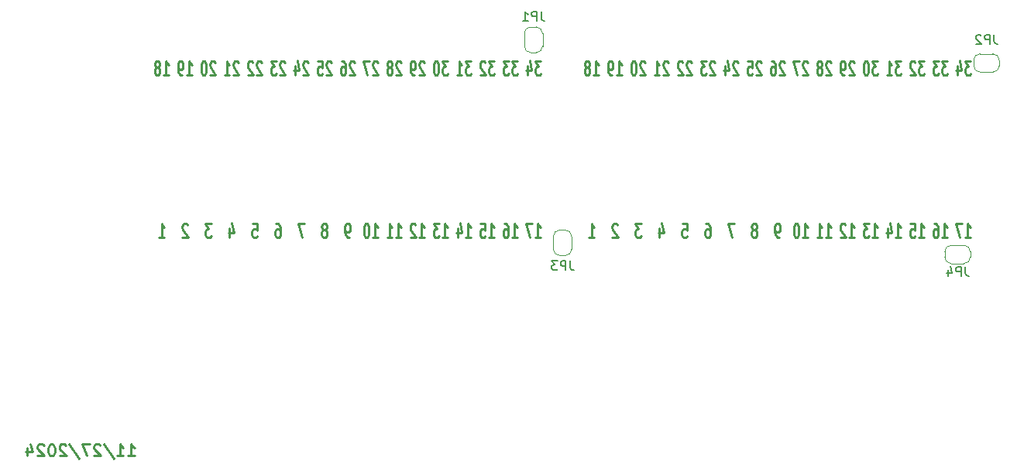
<source format=gbr>
%TF.GenerationSoftware,KiCad,Pcbnew,7.0.7*%
%TF.CreationDate,2024-11-27T08:57:40-05:00*%
%TF.ProjectId,cross-point-exp-brd-mini-lc,63726f73-732d-4706-9f69-6e742d657870,rev?*%
%TF.SameCoordinates,Original*%
%TF.FileFunction,Legend,Bot*%
%TF.FilePolarity,Positive*%
%FSLAX46Y46*%
G04 Gerber Fmt 4.6, Leading zero omitted, Abs format (unit mm)*
G04 Created by KiCad (PCBNEW 7.0.7) date 2024-11-27 08:57:40*
%MOMM*%
%LPD*%
G01*
G04 APERTURE LIST*
%ADD10C,0.254000*%
%ADD11C,0.228600*%
%ADD12C,0.150000*%
%ADD13C,0.120000*%
G04 APERTURE END LIST*
D10*
X87115952Y-138261368D02*
X87841667Y-138261368D01*
X87478810Y-138261368D02*
X87478810Y-136991368D01*
X87478810Y-136991368D02*
X87599762Y-137172796D01*
X87599762Y-137172796D02*
X87720714Y-137293749D01*
X87720714Y-137293749D02*
X87841667Y-137354225D01*
X85906428Y-138261368D02*
X86632143Y-138261368D01*
X86269286Y-138261368D02*
X86269286Y-136991368D01*
X86269286Y-136991368D02*
X86390238Y-137172796D01*
X86390238Y-137172796D02*
X86511190Y-137293749D01*
X86511190Y-137293749D02*
X86632143Y-137354225D01*
X84455000Y-136930892D02*
X85543571Y-138563749D01*
X84092143Y-137112320D02*
X84031667Y-137051844D01*
X84031667Y-137051844D02*
X83910714Y-136991368D01*
X83910714Y-136991368D02*
X83608333Y-136991368D01*
X83608333Y-136991368D02*
X83487381Y-137051844D01*
X83487381Y-137051844D02*
X83426905Y-137112320D01*
X83426905Y-137112320D02*
X83366428Y-137233272D01*
X83366428Y-137233272D02*
X83366428Y-137354225D01*
X83366428Y-137354225D02*
X83426905Y-137535653D01*
X83426905Y-137535653D02*
X84152619Y-138261368D01*
X84152619Y-138261368D02*
X83366428Y-138261368D01*
X82943095Y-136991368D02*
X82096428Y-136991368D01*
X82096428Y-136991368D02*
X82640714Y-138261368D01*
X80705476Y-136930892D02*
X81794047Y-138563749D01*
X80342619Y-137112320D02*
X80282143Y-137051844D01*
X80282143Y-137051844D02*
X80161190Y-136991368D01*
X80161190Y-136991368D02*
X79858809Y-136991368D01*
X79858809Y-136991368D02*
X79737857Y-137051844D01*
X79737857Y-137051844D02*
X79677381Y-137112320D01*
X79677381Y-137112320D02*
X79616904Y-137233272D01*
X79616904Y-137233272D02*
X79616904Y-137354225D01*
X79616904Y-137354225D02*
X79677381Y-137535653D01*
X79677381Y-137535653D02*
X80403095Y-138261368D01*
X80403095Y-138261368D02*
X79616904Y-138261368D01*
X78830714Y-136991368D02*
X78709761Y-136991368D01*
X78709761Y-136991368D02*
X78588809Y-137051844D01*
X78588809Y-137051844D02*
X78528333Y-137112320D01*
X78528333Y-137112320D02*
X78467857Y-137233272D01*
X78467857Y-137233272D02*
X78407380Y-137475177D01*
X78407380Y-137475177D02*
X78407380Y-137777558D01*
X78407380Y-137777558D02*
X78467857Y-138019463D01*
X78467857Y-138019463D02*
X78528333Y-138140415D01*
X78528333Y-138140415D02*
X78588809Y-138200892D01*
X78588809Y-138200892D02*
X78709761Y-138261368D01*
X78709761Y-138261368D02*
X78830714Y-138261368D01*
X78830714Y-138261368D02*
X78951666Y-138200892D01*
X78951666Y-138200892D02*
X79012142Y-138140415D01*
X79012142Y-138140415D02*
X79072619Y-138019463D01*
X79072619Y-138019463D02*
X79133095Y-137777558D01*
X79133095Y-137777558D02*
X79133095Y-137475177D01*
X79133095Y-137475177D02*
X79072619Y-137233272D01*
X79072619Y-137233272D02*
X79012142Y-137112320D01*
X79012142Y-137112320D02*
X78951666Y-137051844D01*
X78951666Y-137051844D02*
X78830714Y-136991368D01*
X77923571Y-137112320D02*
X77863095Y-137051844D01*
X77863095Y-137051844D02*
X77742142Y-136991368D01*
X77742142Y-136991368D02*
X77439761Y-136991368D01*
X77439761Y-136991368D02*
X77318809Y-137051844D01*
X77318809Y-137051844D02*
X77258333Y-137112320D01*
X77258333Y-137112320D02*
X77197856Y-137233272D01*
X77197856Y-137233272D02*
X77197856Y-137354225D01*
X77197856Y-137354225D02*
X77258333Y-137535653D01*
X77258333Y-137535653D02*
X77984047Y-138261368D01*
X77984047Y-138261368D02*
X77197856Y-138261368D01*
X76109285Y-137414701D02*
X76109285Y-138261368D01*
X76411666Y-136930892D02*
X76714047Y-137838034D01*
X76714047Y-137838034D02*
X75927856Y-137838034D01*
D11*
X169097476Y-95054143D02*
X168468523Y-95054143D01*
X168468523Y-95054143D02*
X168807190Y-95634714D01*
X168807190Y-95634714D02*
X168662047Y-95634714D01*
X168662047Y-95634714D02*
X168565285Y-95707286D01*
X168565285Y-95707286D02*
X168516904Y-95779857D01*
X168516904Y-95779857D02*
X168468523Y-95925000D01*
X168468523Y-95925000D02*
X168468523Y-96287857D01*
X168468523Y-96287857D02*
X168516904Y-96433000D01*
X168516904Y-96433000D02*
X168565285Y-96505572D01*
X168565285Y-96505572D02*
X168662047Y-96578143D01*
X168662047Y-96578143D02*
X168952333Y-96578143D01*
X168952333Y-96578143D02*
X169049095Y-96505572D01*
X169049095Y-96505572D02*
X169097476Y-96433000D01*
X167839571Y-95054143D02*
X167742809Y-95054143D01*
X167742809Y-95054143D02*
X167646047Y-95126714D01*
X167646047Y-95126714D02*
X167597666Y-95199286D01*
X167597666Y-95199286D02*
X167549285Y-95344429D01*
X167549285Y-95344429D02*
X167500904Y-95634714D01*
X167500904Y-95634714D02*
X167500904Y-95997572D01*
X167500904Y-95997572D02*
X167549285Y-96287857D01*
X167549285Y-96287857D02*
X167597666Y-96433000D01*
X167597666Y-96433000D02*
X167646047Y-96505572D01*
X167646047Y-96505572D02*
X167742809Y-96578143D01*
X167742809Y-96578143D02*
X167839571Y-96578143D01*
X167839571Y-96578143D02*
X167936333Y-96505572D01*
X167936333Y-96505572D02*
X167984714Y-96433000D01*
X167984714Y-96433000D02*
X168033095Y-96287857D01*
X168033095Y-96287857D02*
X168081476Y-95997572D01*
X168081476Y-95997572D02*
X168081476Y-95634714D01*
X168081476Y-95634714D02*
X168033095Y-95344429D01*
X168033095Y-95344429D02*
X167984714Y-95199286D01*
X167984714Y-95199286D02*
X167936333Y-95126714D01*
X167936333Y-95126714D02*
X167839571Y-95054143D01*
X166509095Y-95199286D02*
X166460714Y-95126714D01*
X166460714Y-95126714D02*
X166363952Y-95054143D01*
X166363952Y-95054143D02*
X166122047Y-95054143D01*
X166122047Y-95054143D02*
X166025285Y-95126714D01*
X166025285Y-95126714D02*
X165976904Y-95199286D01*
X165976904Y-95199286D02*
X165928523Y-95344429D01*
X165928523Y-95344429D02*
X165928523Y-95489572D01*
X165928523Y-95489572D02*
X165976904Y-95707286D01*
X165976904Y-95707286D02*
X166557476Y-96578143D01*
X166557476Y-96578143D02*
X165928523Y-96578143D01*
X165444714Y-96578143D02*
X165251190Y-96578143D01*
X165251190Y-96578143D02*
X165154428Y-96505572D01*
X165154428Y-96505572D02*
X165106047Y-96433000D01*
X165106047Y-96433000D02*
X165009285Y-96215286D01*
X165009285Y-96215286D02*
X164960904Y-95925000D01*
X164960904Y-95925000D02*
X164960904Y-95344429D01*
X164960904Y-95344429D02*
X165009285Y-95199286D01*
X165009285Y-95199286D02*
X165057666Y-95126714D01*
X165057666Y-95126714D02*
X165154428Y-95054143D01*
X165154428Y-95054143D02*
X165347952Y-95054143D01*
X165347952Y-95054143D02*
X165444714Y-95126714D01*
X165444714Y-95126714D02*
X165493095Y-95199286D01*
X165493095Y-95199286D02*
X165541476Y-95344429D01*
X165541476Y-95344429D02*
X165541476Y-95707286D01*
X165541476Y-95707286D02*
X165493095Y-95852429D01*
X165493095Y-95852429D02*
X165444714Y-95925000D01*
X165444714Y-95925000D02*
X165347952Y-95997572D01*
X165347952Y-95997572D02*
X165154428Y-95997572D01*
X165154428Y-95997572D02*
X165057666Y-95925000D01*
X165057666Y-95925000D02*
X165009285Y-95852429D01*
X165009285Y-95852429D02*
X164960904Y-95707286D01*
X153809095Y-95199286D02*
X153760714Y-95126714D01*
X153760714Y-95126714D02*
X153663952Y-95054143D01*
X153663952Y-95054143D02*
X153422047Y-95054143D01*
X153422047Y-95054143D02*
X153325285Y-95126714D01*
X153325285Y-95126714D02*
X153276904Y-95199286D01*
X153276904Y-95199286D02*
X153228523Y-95344429D01*
X153228523Y-95344429D02*
X153228523Y-95489572D01*
X153228523Y-95489572D02*
X153276904Y-95707286D01*
X153276904Y-95707286D02*
X153857476Y-96578143D01*
X153857476Y-96578143D02*
X153228523Y-96578143D01*
X152357666Y-95562143D02*
X152357666Y-96578143D01*
X152599571Y-94981572D02*
X152841476Y-96070143D01*
X152841476Y-96070143D02*
X152212523Y-96070143D01*
X148729095Y-95199286D02*
X148680714Y-95126714D01*
X148680714Y-95126714D02*
X148583952Y-95054143D01*
X148583952Y-95054143D02*
X148342047Y-95054143D01*
X148342047Y-95054143D02*
X148245285Y-95126714D01*
X148245285Y-95126714D02*
X148196904Y-95199286D01*
X148196904Y-95199286D02*
X148148523Y-95344429D01*
X148148523Y-95344429D02*
X148148523Y-95489572D01*
X148148523Y-95489572D02*
X148196904Y-95707286D01*
X148196904Y-95707286D02*
X148777476Y-96578143D01*
X148777476Y-96578143D02*
X148148523Y-96578143D01*
X147761476Y-95199286D02*
X147713095Y-95126714D01*
X147713095Y-95126714D02*
X147616333Y-95054143D01*
X147616333Y-95054143D02*
X147374428Y-95054143D01*
X147374428Y-95054143D02*
X147277666Y-95126714D01*
X147277666Y-95126714D02*
X147229285Y-95199286D01*
X147229285Y-95199286D02*
X147180904Y-95344429D01*
X147180904Y-95344429D02*
X147180904Y-95489572D01*
X147180904Y-95489572D02*
X147229285Y-95707286D01*
X147229285Y-95707286D02*
X147809857Y-96578143D01*
X147809857Y-96578143D02*
X147180904Y-96578143D01*
X160848523Y-114358143D02*
X161429095Y-114358143D01*
X161138809Y-114358143D02*
X161138809Y-112834143D01*
X161138809Y-112834143D02*
X161235571Y-113051857D01*
X161235571Y-113051857D02*
X161332333Y-113197000D01*
X161332333Y-113197000D02*
X161429095Y-113269572D01*
X160219571Y-112834143D02*
X160122809Y-112834143D01*
X160122809Y-112834143D02*
X160026047Y-112906714D01*
X160026047Y-112906714D02*
X159977666Y-112979286D01*
X159977666Y-112979286D02*
X159929285Y-113124429D01*
X159929285Y-113124429D02*
X159880904Y-113414714D01*
X159880904Y-113414714D02*
X159880904Y-113777572D01*
X159880904Y-113777572D02*
X159929285Y-114067857D01*
X159929285Y-114067857D02*
X159977666Y-114213000D01*
X159977666Y-114213000D02*
X160026047Y-114285572D01*
X160026047Y-114285572D02*
X160122809Y-114358143D01*
X160122809Y-114358143D02*
X160219571Y-114358143D01*
X160219571Y-114358143D02*
X160316333Y-114285572D01*
X160316333Y-114285572D02*
X160364714Y-114213000D01*
X160364714Y-114213000D02*
X160413095Y-114067857D01*
X160413095Y-114067857D02*
X160461476Y-113777572D01*
X160461476Y-113777572D02*
X160461476Y-113414714D01*
X160461476Y-113414714D02*
X160413095Y-113124429D01*
X160413095Y-113124429D02*
X160364714Y-112979286D01*
X160364714Y-112979286D02*
X160316333Y-112906714D01*
X160316333Y-112906714D02*
X160219571Y-112834143D01*
X145221475Y-113342143D02*
X145221475Y-114358143D01*
X145463380Y-112761572D02*
X145705285Y-113850143D01*
X145705285Y-113850143D02*
X145076332Y-113850143D01*
X178628523Y-114358143D02*
X179209095Y-114358143D01*
X178918809Y-114358143D02*
X178918809Y-112834143D01*
X178918809Y-112834143D02*
X179015571Y-113051857D01*
X179015571Y-113051857D02*
X179112333Y-113197000D01*
X179112333Y-113197000D02*
X179209095Y-113269572D01*
X178289857Y-112834143D02*
X177612523Y-112834143D01*
X177612523Y-112834143D02*
X178047952Y-114358143D01*
X165928523Y-114358143D02*
X166509095Y-114358143D01*
X166218809Y-114358143D02*
X166218809Y-112834143D01*
X166218809Y-112834143D02*
X166315571Y-113051857D01*
X166315571Y-113051857D02*
X166412333Y-113197000D01*
X166412333Y-113197000D02*
X166509095Y-113269572D01*
X165541476Y-112979286D02*
X165493095Y-112906714D01*
X165493095Y-112906714D02*
X165396333Y-112834143D01*
X165396333Y-112834143D02*
X165154428Y-112834143D01*
X165154428Y-112834143D02*
X165057666Y-112906714D01*
X165057666Y-112906714D02*
X165009285Y-112979286D01*
X165009285Y-112979286D02*
X164960904Y-113124429D01*
X164960904Y-113124429D02*
X164960904Y-113269572D01*
X164960904Y-113269572D02*
X165009285Y-113487286D01*
X165009285Y-113487286D02*
X165589857Y-114358143D01*
X165589857Y-114358143D02*
X164960904Y-114358143D01*
X158889095Y-95199286D02*
X158840714Y-95126714D01*
X158840714Y-95126714D02*
X158743952Y-95054143D01*
X158743952Y-95054143D02*
X158502047Y-95054143D01*
X158502047Y-95054143D02*
X158405285Y-95126714D01*
X158405285Y-95126714D02*
X158356904Y-95199286D01*
X158356904Y-95199286D02*
X158308523Y-95344429D01*
X158308523Y-95344429D02*
X158308523Y-95489572D01*
X158308523Y-95489572D02*
X158356904Y-95707286D01*
X158356904Y-95707286D02*
X158937476Y-96578143D01*
X158937476Y-96578143D02*
X158308523Y-96578143D01*
X157437666Y-95054143D02*
X157631190Y-95054143D01*
X157631190Y-95054143D02*
X157727952Y-95126714D01*
X157727952Y-95126714D02*
X157776333Y-95199286D01*
X157776333Y-95199286D02*
X157873095Y-95417000D01*
X157873095Y-95417000D02*
X157921476Y-95707286D01*
X157921476Y-95707286D02*
X157921476Y-96287857D01*
X157921476Y-96287857D02*
X157873095Y-96433000D01*
X157873095Y-96433000D02*
X157824714Y-96505572D01*
X157824714Y-96505572D02*
X157727952Y-96578143D01*
X157727952Y-96578143D02*
X157534428Y-96578143D01*
X157534428Y-96578143D02*
X157437666Y-96505572D01*
X157437666Y-96505572D02*
X157389285Y-96433000D01*
X157389285Y-96433000D02*
X157340904Y-96287857D01*
X157340904Y-96287857D02*
X157340904Y-95925000D01*
X157340904Y-95925000D02*
X157389285Y-95779857D01*
X157389285Y-95779857D02*
X157437666Y-95707286D01*
X157437666Y-95707286D02*
X157534428Y-95634714D01*
X157534428Y-95634714D02*
X157727952Y-95634714D01*
X157727952Y-95634714D02*
X157824714Y-95707286D01*
X157824714Y-95707286D02*
X157873095Y-95779857D01*
X157873095Y-95779857D02*
X157921476Y-95925000D01*
X171637476Y-95054143D02*
X171008523Y-95054143D01*
X171008523Y-95054143D02*
X171347190Y-95634714D01*
X171347190Y-95634714D02*
X171202047Y-95634714D01*
X171202047Y-95634714D02*
X171105285Y-95707286D01*
X171105285Y-95707286D02*
X171056904Y-95779857D01*
X171056904Y-95779857D02*
X171008523Y-95925000D01*
X171008523Y-95925000D02*
X171008523Y-96287857D01*
X171008523Y-96287857D02*
X171056904Y-96433000D01*
X171056904Y-96433000D02*
X171105285Y-96505572D01*
X171105285Y-96505572D02*
X171202047Y-96578143D01*
X171202047Y-96578143D02*
X171492333Y-96578143D01*
X171492333Y-96578143D02*
X171589095Y-96505572D01*
X171589095Y-96505572D02*
X171637476Y-96433000D01*
X170040904Y-96578143D02*
X170621476Y-96578143D01*
X170331190Y-96578143D02*
X170331190Y-95054143D01*
X170331190Y-95054143D02*
X170427952Y-95271857D01*
X170427952Y-95271857D02*
X170524714Y-95417000D01*
X170524714Y-95417000D02*
X170621476Y-95489572D01*
X179257476Y-95054143D02*
X178628523Y-95054143D01*
X178628523Y-95054143D02*
X178967190Y-95634714D01*
X178967190Y-95634714D02*
X178822047Y-95634714D01*
X178822047Y-95634714D02*
X178725285Y-95707286D01*
X178725285Y-95707286D02*
X178676904Y-95779857D01*
X178676904Y-95779857D02*
X178628523Y-95925000D01*
X178628523Y-95925000D02*
X178628523Y-96287857D01*
X178628523Y-96287857D02*
X178676904Y-96433000D01*
X178676904Y-96433000D02*
X178725285Y-96505572D01*
X178725285Y-96505572D02*
X178822047Y-96578143D01*
X178822047Y-96578143D02*
X179112333Y-96578143D01*
X179112333Y-96578143D02*
X179209095Y-96505572D01*
X179209095Y-96505572D02*
X179257476Y-96433000D01*
X177757666Y-95562143D02*
X177757666Y-96578143D01*
X177999571Y-94981572D02*
X178241476Y-96070143D01*
X178241476Y-96070143D02*
X177612523Y-96070143D01*
X146189095Y-95199286D02*
X146140714Y-95126714D01*
X146140714Y-95126714D02*
X146043952Y-95054143D01*
X146043952Y-95054143D02*
X145802047Y-95054143D01*
X145802047Y-95054143D02*
X145705285Y-95126714D01*
X145705285Y-95126714D02*
X145656904Y-95199286D01*
X145656904Y-95199286D02*
X145608523Y-95344429D01*
X145608523Y-95344429D02*
X145608523Y-95489572D01*
X145608523Y-95489572D02*
X145656904Y-95707286D01*
X145656904Y-95707286D02*
X146237476Y-96578143D01*
X146237476Y-96578143D02*
X145608523Y-96578143D01*
X144640904Y-96578143D02*
X145221476Y-96578143D01*
X144931190Y-96578143D02*
X144931190Y-95054143D01*
X144931190Y-95054143D02*
X145027952Y-95271857D01*
X145027952Y-95271857D02*
X145124714Y-95417000D01*
X145124714Y-95417000D02*
X145221476Y-95489572D01*
X161429095Y-95199286D02*
X161380714Y-95126714D01*
X161380714Y-95126714D02*
X161283952Y-95054143D01*
X161283952Y-95054143D02*
X161042047Y-95054143D01*
X161042047Y-95054143D02*
X160945285Y-95126714D01*
X160945285Y-95126714D02*
X160896904Y-95199286D01*
X160896904Y-95199286D02*
X160848523Y-95344429D01*
X160848523Y-95344429D02*
X160848523Y-95489572D01*
X160848523Y-95489572D02*
X160896904Y-95707286D01*
X160896904Y-95707286D02*
X161477476Y-96578143D01*
X161477476Y-96578143D02*
X160848523Y-96578143D01*
X160509857Y-95054143D02*
X159832523Y-95054143D01*
X159832523Y-95054143D02*
X160267952Y-96578143D01*
X143213666Y-112834143D02*
X142584713Y-112834143D01*
X142584713Y-112834143D02*
X142923380Y-113414714D01*
X142923380Y-113414714D02*
X142778237Y-113414714D01*
X142778237Y-113414714D02*
X142681475Y-113487286D01*
X142681475Y-113487286D02*
X142633094Y-113559857D01*
X142633094Y-113559857D02*
X142584713Y-113705000D01*
X142584713Y-113705000D02*
X142584713Y-114067857D01*
X142584713Y-114067857D02*
X142633094Y-114213000D01*
X142633094Y-114213000D02*
X142681475Y-114285572D01*
X142681475Y-114285572D02*
X142778237Y-114358143D01*
X142778237Y-114358143D02*
X143068523Y-114358143D01*
X143068523Y-114358143D02*
X143165285Y-114285572D01*
X143165285Y-114285572D02*
X143213666Y-114213000D01*
X150301475Y-112834143D02*
X150494999Y-112834143D01*
X150494999Y-112834143D02*
X150591761Y-112906714D01*
X150591761Y-112906714D02*
X150640142Y-112979286D01*
X150640142Y-112979286D02*
X150736904Y-113197000D01*
X150736904Y-113197000D02*
X150785285Y-113487286D01*
X150785285Y-113487286D02*
X150785285Y-114067857D01*
X150785285Y-114067857D02*
X150736904Y-114213000D01*
X150736904Y-114213000D02*
X150688523Y-114285572D01*
X150688523Y-114285572D02*
X150591761Y-114358143D01*
X150591761Y-114358143D02*
X150398237Y-114358143D01*
X150398237Y-114358143D02*
X150301475Y-114285572D01*
X150301475Y-114285572D02*
X150253094Y-114213000D01*
X150253094Y-114213000D02*
X150204713Y-114067857D01*
X150204713Y-114067857D02*
X150204713Y-113705000D01*
X150204713Y-113705000D02*
X150253094Y-113559857D01*
X150253094Y-113559857D02*
X150301475Y-113487286D01*
X150301475Y-113487286D02*
X150398237Y-113414714D01*
X150398237Y-113414714D02*
X150591761Y-113414714D01*
X150591761Y-113414714D02*
X150688523Y-113487286D01*
X150688523Y-113487286D02*
X150736904Y-113559857D01*
X150736904Y-113559857D02*
X150785285Y-113705000D01*
X176717476Y-95054143D02*
X176088523Y-95054143D01*
X176088523Y-95054143D02*
X176427190Y-95634714D01*
X176427190Y-95634714D02*
X176282047Y-95634714D01*
X176282047Y-95634714D02*
X176185285Y-95707286D01*
X176185285Y-95707286D02*
X176136904Y-95779857D01*
X176136904Y-95779857D02*
X176088523Y-95925000D01*
X176088523Y-95925000D02*
X176088523Y-96287857D01*
X176088523Y-96287857D02*
X176136904Y-96433000D01*
X176136904Y-96433000D02*
X176185285Y-96505572D01*
X176185285Y-96505572D02*
X176282047Y-96578143D01*
X176282047Y-96578143D02*
X176572333Y-96578143D01*
X176572333Y-96578143D02*
X176669095Y-96505572D01*
X176669095Y-96505572D02*
X176717476Y-96433000D01*
X175749857Y-95054143D02*
X175120904Y-95054143D01*
X175120904Y-95054143D02*
X175459571Y-95634714D01*
X175459571Y-95634714D02*
X175314428Y-95634714D01*
X175314428Y-95634714D02*
X175217666Y-95707286D01*
X175217666Y-95707286D02*
X175169285Y-95779857D01*
X175169285Y-95779857D02*
X175120904Y-95925000D01*
X175120904Y-95925000D02*
X175120904Y-96287857D01*
X175120904Y-96287857D02*
X175169285Y-96433000D01*
X175169285Y-96433000D02*
X175217666Y-96505572D01*
X175217666Y-96505572D02*
X175314428Y-96578143D01*
X175314428Y-96578143D02*
X175604714Y-96578143D01*
X175604714Y-96578143D02*
X175701476Y-96505572D01*
X175701476Y-96505572D02*
X175749857Y-96433000D01*
X155671761Y-113487286D02*
X155768523Y-113414714D01*
X155768523Y-113414714D02*
X155816904Y-113342143D01*
X155816904Y-113342143D02*
X155865285Y-113197000D01*
X155865285Y-113197000D02*
X155865285Y-113124429D01*
X155865285Y-113124429D02*
X155816904Y-112979286D01*
X155816904Y-112979286D02*
X155768523Y-112906714D01*
X155768523Y-112906714D02*
X155671761Y-112834143D01*
X155671761Y-112834143D02*
X155478237Y-112834143D01*
X155478237Y-112834143D02*
X155381475Y-112906714D01*
X155381475Y-112906714D02*
X155333094Y-112979286D01*
X155333094Y-112979286D02*
X155284713Y-113124429D01*
X155284713Y-113124429D02*
X155284713Y-113197000D01*
X155284713Y-113197000D02*
X155333094Y-113342143D01*
X155333094Y-113342143D02*
X155381475Y-113414714D01*
X155381475Y-113414714D02*
X155478237Y-113487286D01*
X155478237Y-113487286D02*
X155671761Y-113487286D01*
X155671761Y-113487286D02*
X155768523Y-113559857D01*
X155768523Y-113559857D02*
X155816904Y-113632429D01*
X155816904Y-113632429D02*
X155865285Y-113777572D01*
X155865285Y-113777572D02*
X155865285Y-114067857D01*
X155865285Y-114067857D02*
X155816904Y-114213000D01*
X155816904Y-114213000D02*
X155768523Y-114285572D01*
X155768523Y-114285572D02*
X155671761Y-114358143D01*
X155671761Y-114358143D02*
X155478237Y-114358143D01*
X155478237Y-114358143D02*
X155381475Y-114285572D01*
X155381475Y-114285572D02*
X155333094Y-114213000D01*
X155333094Y-114213000D02*
X155284713Y-114067857D01*
X155284713Y-114067857D02*
X155284713Y-113777572D01*
X155284713Y-113777572D02*
X155333094Y-113632429D01*
X155333094Y-113632429D02*
X155381475Y-113559857D01*
X155381475Y-113559857D02*
X155478237Y-113487286D01*
X140625285Y-112979286D02*
X140576904Y-112906714D01*
X140576904Y-112906714D02*
X140480142Y-112834143D01*
X140480142Y-112834143D02*
X140238237Y-112834143D01*
X140238237Y-112834143D02*
X140141475Y-112906714D01*
X140141475Y-112906714D02*
X140093094Y-112979286D01*
X140093094Y-112979286D02*
X140044713Y-113124429D01*
X140044713Y-113124429D02*
X140044713Y-113269572D01*
X140044713Y-113269572D02*
X140093094Y-113487286D01*
X140093094Y-113487286D02*
X140673666Y-114358143D01*
X140673666Y-114358143D02*
X140044713Y-114358143D01*
X147713094Y-112834143D02*
X148196904Y-112834143D01*
X148196904Y-112834143D02*
X148245285Y-113559857D01*
X148245285Y-113559857D02*
X148196904Y-113487286D01*
X148196904Y-113487286D02*
X148100142Y-113414714D01*
X148100142Y-113414714D02*
X147858237Y-113414714D01*
X147858237Y-113414714D02*
X147761475Y-113487286D01*
X147761475Y-113487286D02*
X147713094Y-113559857D01*
X147713094Y-113559857D02*
X147664713Y-113705000D01*
X147664713Y-113705000D02*
X147664713Y-114067857D01*
X147664713Y-114067857D02*
X147713094Y-114213000D01*
X147713094Y-114213000D02*
X147761475Y-114285572D01*
X147761475Y-114285572D02*
X147858237Y-114358143D01*
X147858237Y-114358143D02*
X148100142Y-114358143D01*
X148100142Y-114358143D02*
X148196904Y-114285572D01*
X148196904Y-114285572D02*
X148245285Y-114213000D01*
X151269095Y-95199286D02*
X151220714Y-95126714D01*
X151220714Y-95126714D02*
X151123952Y-95054143D01*
X151123952Y-95054143D02*
X150882047Y-95054143D01*
X150882047Y-95054143D02*
X150785285Y-95126714D01*
X150785285Y-95126714D02*
X150736904Y-95199286D01*
X150736904Y-95199286D02*
X150688523Y-95344429D01*
X150688523Y-95344429D02*
X150688523Y-95489572D01*
X150688523Y-95489572D02*
X150736904Y-95707286D01*
X150736904Y-95707286D02*
X151317476Y-96578143D01*
X151317476Y-96578143D02*
X150688523Y-96578143D01*
X150349857Y-95054143D02*
X149720904Y-95054143D01*
X149720904Y-95054143D02*
X150059571Y-95634714D01*
X150059571Y-95634714D02*
X149914428Y-95634714D01*
X149914428Y-95634714D02*
X149817666Y-95707286D01*
X149817666Y-95707286D02*
X149769285Y-95779857D01*
X149769285Y-95779857D02*
X149720904Y-95925000D01*
X149720904Y-95925000D02*
X149720904Y-96287857D01*
X149720904Y-96287857D02*
X149769285Y-96433000D01*
X149769285Y-96433000D02*
X149817666Y-96505572D01*
X149817666Y-96505572D02*
X149914428Y-96578143D01*
X149914428Y-96578143D02*
X150204714Y-96578143D01*
X150204714Y-96578143D02*
X150301476Y-96505572D01*
X150301476Y-96505572D02*
X150349857Y-96433000D01*
X153373666Y-112834143D02*
X152696332Y-112834143D01*
X152696332Y-112834143D02*
X153131761Y-114358143D01*
X163388523Y-114358143D02*
X163969095Y-114358143D01*
X163678809Y-114358143D02*
X163678809Y-112834143D01*
X163678809Y-112834143D02*
X163775571Y-113051857D01*
X163775571Y-113051857D02*
X163872333Y-113197000D01*
X163872333Y-113197000D02*
X163969095Y-113269572D01*
X162420904Y-114358143D02*
X163001476Y-114358143D01*
X162711190Y-114358143D02*
X162711190Y-112834143D01*
X162711190Y-112834143D02*
X162807952Y-113051857D01*
X162807952Y-113051857D02*
X162904714Y-113197000D01*
X162904714Y-113197000D02*
X163001476Y-113269572D01*
X137988523Y-96578143D02*
X138569095Y-96578143D01*
X138278809Y-96578143D02*
X138278809Y-95054143D01*
X138278809Y-95054143D02*
X138375571Y-95271857D01*
X138375571Y-95271857D02*
X138472333Y-95417000D01*
X138472333Y-95417000D02*
X138569095Y-95489572D01*
X137407952Y-95707286D02*
X137504714Y-95634714D01*
X137504714Y-95634714D02*
X137553095Y-95562143D01*
X137553095Y-95562143D02*
X137601476Y-95417000D01*
X137601476Y-95417000D02*
X137601476Y-95344429D01*
X137601476Y-95344429D02*
X137553095Y-95199286D01*
X137553095Y-95199286D02*
X137504714Y-95126714D01*
X137504714Y-95126714D02*
X137407952Y-95054143D01*
X137407952Y-95054143D02*
X137214428Y-95054143D01*
X137214428Y-95054143D02*
X137117666Y-95126714D01*
X137117666Y-95126714D02*
X137069285Y-95199286D01*
X137069285Y-95199286D02*
X137020904Y-95344429D01*
X137020904Y-95344429D02*
X137020904Y-95417000D01*
X137020904Y-95417000D02*
X137069285Y-95562143D01*
X137069285Y-95562143D02*
X137117666Y-95634714D01*
X137117666Y-95634714D02*
X137214428Y-95707286D01*
X137214428Y-95707286D02*
X137407952Y-95707286D01*
X137407952Y-95707286D02*
X137504714Y-95779857D01*
X137504714Y-95779857D02*
X137553095Y-95852429D01*
X137553095Y-95852429D02*
X137601476Y-95997572D01*
X137601476Y-95997572D02*
X137601476Y-96287857D01*
X137601476Y-96287857D02*
X137553095Y-96433000D01*
X137553095Y-96433000D02*
X137504714Y-96505572D01*
X137504714Y-96505572D02*
X137407952Y-96578143D01*
X137407952Y-96578143D02*
X137214428Y-96578143D01*
X137214428Y-96578143D02*
X137117666Y-96505572D01*
X137117666Y-96505572D02*
X137069285Y-96433000D01*
X137069285Y-96433000D02*
X137020904Y-96287857D01*
X137020904Y-96287857D02*
X137020904Y-95997572D01*
X137020904Y-95997572D02*
X137069285Y-95852429D01*
X137069285Y-95852429D02*
X137117666Y-95779857D01*
X137117666Y-95779857D02*
X137214428Y-95707286D01*
X176088523Y-114358143D02*
X176669095Y-114358143D01*
X176378809Y-114358143D02*
X176378809Y-112834143D01*
X176378809Y-112834143D02*
X176475571Y-113051857D01*
X176475571Y-113051857D02*
X176572333Y-113197000D01*
X176572333Y-113197000D02*
X176669095Y-113269572D01*
X175217666Y-112834143D02*
X175411190Y-112834143D01*
X175411190Y-112834143D02*
X175507952Y-112906714D01*
X175507952Y-112906714D02*
X175556333Y-112979286D01*
X175556333Y-112979286D02*
X175653095Y-113197000D01*
X175653095Y-113197000D02*
X175701476Y-113487286D01*
X175701476Y-113487286D02*
X175701476Y-114067857D01*
X175701476Y-114067857D02*
X175653095Y-114213000D01*
X175653095Y-114213000D02*
X175604714Y-114285572D01*
X175604714Y-114285572D02*
X175507952Y-114358143D01*
X175507952Y-114358143D02*
X175314428Y-114358143D01*
X175314428Y-114358143D02*
X175217666Y-114285572D01*
X175217666Y-114285572D02*
X175169285Y-114213000D01*
X175169285Y-114213000D02*
X175120904Y-114067857D01*
X175120904Y-114067857D02*
X175120904Y-113705000D01*
X175120904Y-113705000D02*
X175169285Y-113559857D01*
X175169285Y-113559857D02*
X175217666Y-113487286D01*
X175217666Y-113487286D02*
X175314428Y-113414714D01*
X175314428Y-113414714D02*
X175507952Y-113414714D01*
X175507952Y-113414714D02*
X175604714Y-113487286D01*
X175604714Y-113487286D02*
X175653095Y-113559857D01*
X175653095Y-113559857D02*
X175701476Y-113705000D01*
X173548523Y-114358143D02*
X174129095Y-114358143D01*
X173838809Y-114358143D02*
X173838809Y-112834143D01*
X173838809Y-112834143D02*
X173935571Y-113051857D01*
X173935571Y-113051857D02*
X174032333Y-113197000D01*
X174032333Y-113197000D02*
X174129095Y-113269572D01*
X172629285Y-112834143D02*
X173113095Y-112834143D01*
X173113095Y-112834143D02*
X173161476Y-113559857D01*
X173161476Y-113559857D02*
X173113095Y-113487286D01*
X173113095Y-113487286D02*
X173016333Y-113414714D01*
X173016333Y-113414714D02*
X172774428Y-113414714D01*
X172774428Y-113414714D02*
X172677666Y-113487286D01*
X172677666Y-113487286D02*
X172629285Y-113559857D01*
X172629285Y-113559857D02*
X172580904Y-113705000D01*
X172580904Y-113705000D02*
X172580904Y-114067857D01*
X172580904Y-114067857D02*
X172629285Y-114213000D01*
X172629285Y-114213000D02*
X172677666Y-114285572D01*
X172677666Y-114285572D02*
X172774428Y-114358143D01*
X172774428Y-114358143D02*
X173016333Y-114358143D01*
X173016333Y-114358143D02*
X173113095Y-114285572D01*
X173113095Y-114285572D02*
X173161476Y-114213000D01*
X156349095Y-95199286D02*
X156300714Y-95126714D01*
X156300714Y-95126714D02*
X156203952Y-95054143D01*
X156203952Y-95054143D02*
X155962047Y-95054143D01*
X155962047Y-95054143D02*
X155865285Y-95126714D01*
X155865285Y-95126714D02*
X155816904Y-95199286D01*
X155816904Y-95199286D02*
X155768523Y-95344429D01*
X155768523Y-95344429D02*
X155768523Y-95489572D01*
X155768523Y-95489572D02*
X155816904Y-95707286D01*
X155816904Y-95707286D02*
X156397476Y-96578143D01*
X156397476Y-96578143D02*
X155768523Y-96578143D01*
X154849285Y-95054143D02*
X155333095Y-95054143D01*
X155333095Y-95054143D02*
X155381476Y-95779857D01*
X155381476Y-95779857D02*
X155333095Y-95707286D01*
X155333095Y-95707286D02*
X155236333Y-95634714D01*
X155236333Y-95634714D02*
X154994428Y-95634714D01*
X154994428Y-95634714D02*
X154897666Y-95707286D01*
X154897666Y-95707286D02*
X154849285Y-95779857D01*
X154849285Y-95779857D02*
X154800904Y-95925000D01*
X154800904Y-95925000D02*
X154800904Y-96287857D01*
X154800904Y-96287857D02*
X154849285Y-96433000D01*
X154849285Y-96433000D02*
X154897666Y-96505572D01*
X154897666Y-96505572D02*
X154994428Y-96578143D01*
X154994428Y-96578143D02*
X155236333Y-96578143D01*
X155236333Y-96578143D02*
X155333095Y-96505572D01*
X155333095Y-96505572D02*
X155381476Y-96433000D01*
X168468523Y-114358143D02*
X169049095Y-114358143D01*
X168758809Y-114358143D02*
X168758809Y-112834143D01*
X168758809Y-112834143D02*
X168855571Y-113051857D01*
X168855571Y-113051857D02*
X168952333Y-113197000D01*
X168952333Y-113197000D02*
X169049095Y-113269572D01*
X168129857Y-112834143D02*
X167500904Y-112834143D01*
X167500904Y-112834143D02*
X167839571Y-113414714D01*
X167839571Y-113414714D02*
X167694428Y-113414714D01*
X167694428Y-113414714D02*
X167597666Y-113487286D01*
X167597666Y-113487286D02*
X167549285Y-113559857D01*
X167549285Y-113559857D02*
X167500904Y-113705000D01*
X167500904Y-113705000D02*
X167500904Y-114067857D01*
X167500904Y-114067857D02*
X167549285Y-114213000D01*
X167549285Y-114213000D02*
X167597666Y-114285572D01*
X167597666Y-114285572D02*
X167694428Y-114358143D01*
X167694428Y-114358143D02*
X167984714Y-114358143D01*
X167984714Y-114358143D02*
X168081476Y-114285572D01*
X168081476Y-114285572D02*
X168129857Y-114213000D01*
X137504713Y-114358143D02*
X138085285Y-114358143D01*
X137794999Y-114358143D02*
X137794999Y-112834143D01*
X137794999Y-112834143D02*
X137891761Y-113051857D01*
X137891761Y-113051857D02*
X137988523Y-113197000D01*
X137988523Y-113197000D02*
X138085285Y-113269572D01*
X143649095Y-95199286D02*
X143600714Y-95126714D01*
X143600714Y-95126714D02*
X143503952Y-95054143D01*
X143503952Y-95054143D02*
X143262047Y-95054143D01*
X143262047Y-95054143D02*
X143165285Y-95126714D01*
X143165285Y-95126714D02*
X143116904Y-95199286D01*
X143116904Y-95199286D02*
X143068523Y-95344429D01*
X143068523Y-95344429D02*
X143068523Y-95489572D01*
X143068523Y-95489572D02*
X143116904Y-95707286D01*
X143116904Y-95707286D02*
X143697476Y-96578143D01*
X143697476Y-96578143D02*
X143068523Y-96578143D01*
X142439571Y-95054143D02*
X142342809Y-95054143D01*
X142342809Y-95054143D02*
X142246047Y-95126714D01*
X142246047Y-95126714D02*
X142197666Y-95199286D01*
X142197666Y-95199286D02*
X142149285Y-95344429D01*
X142149285Y-95344429D02*
X142100904Y-95634714D01*
X142100904Y-95634714D02*
X142100904Y-95997572D01*
X142100904Y-95997572D02*
X142149285Y-96287857D01*
X142149285Y-96287857D02*
X142197666Y-96433000D01*
X142197666Y-96433000D02*
X142246047Y-96505572D01*
X142246047Y-96505572D02*
X142342809Y-96578143D01*
X142342809Y-96578143D02*
X142439571Y-96578143D01*
X142439571Y-96578143D02*
X142536333Y-96505572D01*
X142536333Y-96505572D02*
X142584714Y-96433000D01*
X142584714Y-96433000D02*
X142633095Y-96287857D01*
X142633095Y-96287857D02*
X142681476Y-95997572D01*
X142681476Y-95997572D02*
X142681476Y-95634714D01*
X142681476Y-95634714D02*
X142633095Y-95344429D01*
X142633095Y-95344429D02*
X142584714Y-95199286D01*
X142584714Y-95199286D02*
X142536333Y-95126714D01*
X142536333Y-95126714D02*
X142439571Y-95054143D01*
X171008523Y-114358143D02*
X171589095Y-114358143D01*
X171298809Y-114358143D02*
X171298809Y-112834143D01*
X171298809Y-112834143D02*
X171395571Y-113051857D01*
X171395571Y-113051857D02*
X171492333Y-113197000D01*
X171492333Y-113197000D02*
X171589095Y-113269572D01*
X170137666Y-113342143D02*
X170137666Y-114358143D01*
X170379571Y-112761572D02*
X170621476Y-113850143D01*
X170621476Y-113850143D02*
X169992523Y-113850143D01*
X174177476Y-95054143D02*
X173548523Y-95054143D01*
X173548523Y-95054143D02*
X173887190Y-95634714D01*
X173887190Y-95634714D02*
X173742047Y-95634714D01*
X173742047Y-95634714D02*
X173645285Y-95707286D01*
X173645285Y-95707286D02*
X173596904Y-95779857D01*
X173596904Y-95779857D02*
X173548523Y-95925000D01*
X173548523Y-95925000D02*
X173548523Y-96287857D01*
X173548523Y-96287857D02*
X173596904Y-96433000D01*
X173596904Y-96433000D02*
X173645285Y-96505572D01*
X173645285Y-96505572D02*
X173742047Y-96578143D01*
X173742047Y-96578143D02*
X174032333Y-96578143D01*
X174032333Y-96578143D02*
X174129095Y-96505572D01*
X174129095Y-96505572D02*
X174177476Y-96433000D01*
X173161476Y-95199286D02*
X173113095Y-95126714D01*
X173113095Y-95126714D02*
X173016333Y-95054143D01*
X173016333Y-95054143D02*
X172774428Y-95054143D01*
X172774428Y-95054143D02*
X172677666Y-95126714D01*
X172677666Y-95126714D02*
X172629285Y-95199286D01*
X172629285Y-95199286D02*
X172580904Y-95344429D01*
X172580904Y-95344429D02*
X172580904Y-95489572D01*
X172580904Y-95489572D02*
X172629285Y-95707286D01*
X172629285Y-95707286D02*
X173209857Y-96578143D01*
X173209857Y-96578143D02*
X172580904Y-96578143D01*
X163969095Y-95199286D02*
X163920714Y-95126714D01*
X163920714Y-95126714D02*
X163823952Y-95054143D01*
X163823952Y-95054143D02*
X163582047Y-95054143D01*
X163582047Y-95054143D02*
X163485285Y-95126714D01*
X163485285Y-95126714D02*
X163436904Y-95199286D01*
X163436904Y-95199286D02*
X163388523Y-95344429D01*
X163388523Y-95344429D02*
X163388523Y-95489572D01*
X163388523Y-95489572D02*
X163436904Y-95707286D01*
X163436904Y-95707286D02*
X164017476Y-96578143D01*
X164017476Y-96578143D02*
X163388523Y-96578143D01*
X162807952Y-95707286D02*
X162904714Y-95634714D01*
X162904714Y-95634714D02*
X162953095Y-95562143D01*
X162953095Y-95562143D02*
X163001476Y-95417000D01*
X163001476Y-95417000D02*
X163001476Y-95344429D01*
X163001476Y-95344429D02*
X162953095Y-95199286D01*
X162953095Y-95199286D02*
X162904714Y-95126714D01*
X162904714Y-95126714D02*
X162807952Y-95054143D01*
X162807952Y-95054143D02*
X162614428Y-95054143D01*
X162614428Y-95054143D02*
X162517666Y-95126714D01*
X162517666Y-95126714D02*
X162469285Y-95199286D01*
X162469285Y-95199286D02*
X162420904Y-95344429D01*
X162420904Y-95344429D02*
X162420904Y-95417000D01*
X162420904Y-95417000D02*
X162469285Y-95562143D01*
X162469285Y-95562143D02*
X162517666Y-95634714D01*
X162517666Y-95634714D02*
X162614428Y-95707286D01*
X162614428Y-95707286D02*
X162807952Y-95707286D01*
X162807952Y-95707286D02*
X162904714Y-95779857D01*
X162904714Y-95779857D02*
X162953095Y-95852429D01*
X162953095Y-95852429D02*
X163001476Y-95997572D01*
X163001476Y-95997572D02*
X163001476Y-96287857D01*
X163001476Y-96287857D02*
X162953095Y-96433000D01*
X162953095Y-96433000D02*
X162904714Y-96505572D01*
X162904714Y-96505572D02*
X162807952Y-96578143D01*
X162807952Y-96578143D02*
X162614428Y-96578143D01*
X162614428Y-96578143D02*
X162517666Y-96505572D01*
X162517666Y-96505572D02*
X162469285Y-96433000D01*
X162469285Y-96433000D02*
X162420904Y-96287857D01*
X162420904Y-96287857D02*
X162420904Y-95997572D01*
X162420904Y-95997572D02*
X162469285Y-95852429D01*
X162469285Y-95852429D02*
X162517666Y-95779857D01*
X162517666Y-95779857D02*
X162614428Y-95707286D01*
X158308523Y-114358143D02*
X158114999Y-114358143D01*
X158114999Y-114358143D02*
X158018237Y-114285572D01*
X158018237Y-114285572D02*
X157969856Y-114213000D01*
X157969856Y-114213000D02*
X157873094Y-113995286D01*
X157873094Y-113995286D02*
X157824713Y-113705000D01*
X157824713Y-113705000D02*
X157824713Y-113124429D01*
X157824713Y-113124429D02*
X157873094Y-112979286D01*
X157873094Y-112979286D02*
X157921475Y-112906714D01*
X157921475Y-112906714D02*
X158018237Y-112834143D01*
X158018237Y-112834143D02*
X158211761Y-112834143D01*
X158211761Y-112834143D02*
X158308523Y-112906714D01*
X158308523Y-112906714D02*
X158356904Y-112979286D01*
X158356904Y-112979286D02*
X158405285Y-113124429D01*
X158405285Y-113124429D02*
X158405285Y-113487286D01*
X158405285Y-113487286D02*
X158356904Y-113632429D01*
X158356904Y-113632429D02*
X158308523Y-113705000D01*
X158308523Y-113705000D02*
X158211761Y-113777572D01*
X158211761Y-113777572D02*
X158018237Y-113777572D01*
X158018237Y-113777572D02*
X157921475Y-113705000D01*
X157921475Y-113705000D02*
X157873094Y-113632429D01*
X157873094Y-113632429D02*
X157824713Y-113487286D01*
X140528523Y-96578143D02*
X141109095Y-96578143D01*
X140818809Y-96578143D02*
X140818809Y-95054143D01*
X140818809Y-95054143D02*
X140915571Y-95271857D01*
X140915571Y-95271857D02*
X141012333Y-95417000D01*
X141012333Y-95417000D02*
X141109095Y-95489572D01*
X140044714Y-96578143D02*
X139851190Y-96578143D01*
X139851190Y-96578143D02*
X139754428Y-96505572D01*
X139754428Y-96505572D02*
X139706047Y-96433000D01*
X139706047Y-96433000D02*
X139609285Y-96215286D01*
X139609285Y-96215286D02*
X139560904Y-95925000D01*
X139560904Y-95925000D02*
X139560904Y-95344429D01*
X139560904Y-95344429D02*
X139609285Y-95199286D01*
X139609285Y-95199286D02*
X139657666Y-95126714D01*
X139657666Y-95126714D02*
X139754428Y-95054143D01*
X139754428Y-95054143D02*
X139947952Y-95054143D01*
X139947952Y-95054143D02*
X140044714Y-95126714D01*
X140044714Y-95126714D02*
X140093095Y-95199286D01*
X140093095Y-95199286D02*
X140141476Y-95344429D01*
X140141476Y-95344429D02*
X140141476Y-95707286D01*
X140141476Y-95707286D02*
X140093095Y-95852429D01*
X140093095Y-95852429D02*
X140044714Y-95925000D01*
X140044714Y-95925000D02*
X139947952Y-95997572D01*
X139947952Y-95997572D02*
X139754428Y-95997572D01*
X139754428Y-95997572D02*
X139657666Y-95925000D01*
X139657666Y-95925000D02*
X139609285Y-95852429D01*
X139609285Y-95852429D02*
X139560904Y-95707286D01*
X122107476Y-95054143D02*
X121478523Y-95054143D01*
X121478523Y-95054143D02*
X121817190Y-95634714D01*
X121817190Y-95634714D02*
X121672047Y-95634714D01*
X121672047Y-95634714D02*
X121575285Y-95707286D01*
X121575285Y-95707286D02*
X121526904Y-95779857D01*
X121526904Y-95779857D02*
X121478523Y-95925000D01*
X121478523Y-95925000D02*
X121478523Y-96287857D01*
X121478523Y-96287857D02*
X121526904Y-96433000D01*
X121526904Y-96433000D02*
X121575285Y-96505572D01*
X121575285Y-96505572D02*
X121672047Y-96578143D01*
X121672047Y-96578143D02*
X121962333Y-96578143D01*
X121962333Y-96578143D02*
X122059095Y-96505572D01*
X122059095Y-96505572D02*
X122107476Y-96433000D01*
X120849571Y-95054143D02*
X120752809Y-95054143D01*
X120752809Y-95054143D02*
X120656047Y-95126714D01*
X120656047Y-95126714D02*
X120607666Y-95199286D01*
X120607666Y-95199286D02*
X120559285Y-95344429D01*
X120559285Y-95344429D02*
X120510904Y-95634714D01*
X120510904Y-95634714D02*
X120510904Y-95997572D01*
X120510904Y-95997572D02*
X120559285Y-96287857D01*
X120559285Y-96287857D02*
X120607666Y-96433000D01*
X120607666Y-96433000D02*
X120656047Y-96505572D01*
X120656047Y-96505572D02*
X120752809Y-96578143D01*
X120752809Y-96578143D02*
X120849571Y-96578143D01*
X120849571Y-96578143D02*
X120946333Y-96505572D01*
X120946333Y-96505572D02*
X120994714Y-96433000D01*
X120994714Y-96433000D02*
X121043095Y-96287857D01*
X121043095Y-96287857D02*
X121091476Y-95997572D01*
X121091476Y-95997572D02*
X121091476Y-95634714D01*
X121091476Y-95634714D02*
X121043095Y-95344429D01*
X121043095Y-95344429D02*
X120994714Y-95199286D01*
X120994714Y-95199286D02*
X120946333Y-95126714D01*
X120946333Y-95126714D02*
X120849571Y-95054143D01*
X96223666Y-112834143D02*
X95594713Y-112834143D01*
X95594713Y-112834143D02*
X95933380Y-113414714D01*
X95933380Y-113414714D02*
X95788237Y-113414714D01*
X95788237Y-113414714D02*
X95691475Y-113487286D01*
X95691475Y-113487286D02*
X95643094Y-113559857D01*
X95643094Y-113559857D02*
X95594713Y-113705000D01*
X95594713Y-113705000D02*
X95594713Y-114067857D01*
X95594713Y-114067857D02*
X95643094Y-114213000D01*
X95643094Y-114213000D02*
X95691475Y-114285572D01*
X95691475Y-114285572D02*
X95788237Y-114358143D01*
X95788237Y-114358143D02*
X96078523Y-114358143D01*
X96078523Y-114358143D02*
X96175285Y-114285572D01*
X96175285Y-114285572D02*
X96223666Y-114213000D01*
X90998523Y-96578143D02*
X91579095Y-96578143D01*
X91288809Y-96578143D02*
X91288809Y-95054143D01*
X91288809Y-95054143D02*
X91385571Y-95271857D01*
X91385571Y-95271857D02*
X91482333Y-95417000D01*
X91482333Y-95417000D02*
X91579095Y-95489572D01*
X90417952Y-95707286D02*
X90514714Y-95634714D01*
X90514714Y-95634714D02*
X90563095Y-95562143D01*
X90563095Y-95562143D02*
X90611476Y-95417000D01*
X90611476Y-95417000D02*
X90611476Y-95344429D01*
X90611476Y-95344429D02*
X90563095Y-95199286D01*
X90563095Y-95199286D02*
X90514714Y-95126714D01*
X90514714Y-95126714D02*
X90417952Y-95054143D01*
X90417952Y-95054143D02*
X90224428Y-95054143D01*
X90224428Y-95054143D02*
X90127666Y-95126714D01*
X90127666Y-95126714D02*
X90079285Y-95199286D01*
X90079285Y-95199286D02*
X90030904Y-95344429D01*
X90030904Y-95344429D02*
X90030904Y-95417000D01*
X90030904Y-95417000D02*
X90079285Y-95562143D01*
X90079285Y-95562143D02*
X90127666Y-95634714D01*
X90127666Y-95634714D02*
X90224428Y-95707286D01*
X90224428Y-95707286D02*
X90417952Y-95707286D01*
X90417952Y-95707286D02*
X90514714Y-95779857D01*
X90514714Y-95779857D02*
X90563095Y-95852429D01*
X90563095Y-95852429D02*
X90611476Y-95997572D01*
X90611476Y-95997572D02*
X90611476Y-96287857D01*
X90611476Y-96287857D02*
X90563095Y-96433000D01*
X90563095Y-96433000D02*
X90514714Y-96505572D01*
X90514714Y-96505572D02*
X90417952Y-96578143D01*
X90417952Y-96578143D02*
X90224428Y-96578143D01*
X90224428Y-96578143D02*
X90127666Y-96505572D01*
X90127666Y-96505572D02*
X90079285Y-96433000D01*
X90079285Y-96433000D02*
X90030904Y-96287857D01*
X90030904Y-96287857D02*
X90030904Y-95997572D01*
X90030904Y-95997572D02*
X90079285Y-95852429D01*
X90079285Y-95852429D02*
X90127666Y-95779857D01*
X90127666Y-95779857D02*
X90224428Y-95707286D01*
X113858523Y-114358143D02*
X114439095Y-114358143D01*
X114148809Y-114358143D02*
X114148809Y-112834143D01*
X114148809Y-112834143D02*
X114245571Y-113051857D01*
X114245571Y-113051857D02*
X114342333Y-113197000D01*
X114342333Y-113197000D02*
X114439095Y-113269572D01*
X113229571Y-112834143D02*
X113132809Y-112834143D01*
X113132809Y-112834143D02*
X113036047Y-112906714D01*
X113036047Y-112906714D02*
X112987666Y-112979286D01*
X112987666Y-112979286D02*
X112939285Y-113124429D01*
X112939285Y-113124429D02*
X112890904Y-113414714D01*
X112890904Y-113414714D02*
X112890904Y-113777572D01*
X112890904Y-113777572D02*
X112939285Y-114067857D01*
X112939285Y-114067857D02*
X112987666Y-114213000D01*
X112987666Y-114213000D02*
X113036047Y-114285572D01*
X113036047Y-114285572D02*
X113132809Y-114358143D01*
X113132809Y-114358143D02*
X113229571Y-114358143D01*
X113229571Y-114358143D02*
X113326333Y-114285572D01*
X113326333Y-114285572D02*
X113374714Y-114213000D01*
X113374714Y-114213000D02*
X113423095Y-114067857D01*
X113423095Y-114067857D02*
X113471476Y-113777572D01*
X113471476Y-113777572D02*
X113471476Y-113414714D01*
X113471476Y-113414714D02*
X113423095Y-113124429D01*
X113423095Y-113124429D02*
X113374714Y-112979286D01*
X113374714Y-112979286D02*
X113326333Y-112906714D01*
X113326333Y-112906714D02*
X113229571Y-112834143D01*
X121478523Y-114358143D02*
X122059095Y-114358143D01*
X121768809Y-114358143D02*
X121768809Y-112834143D01*
X121768809Y-112834143D02*
X121865571Y-113051857D01*
X121865571Y-113051857D02*
X121962333Y-113197000D01*
X121962333Y-113197000D02*
X122059095Y-113269572D01*
X121139857Y-112834143D02*
X120510904Y-112834143D01*
X120510904Y-112834143D02*
X120849571Y-113414714D01*
X120849571Y-113414714D02*
X120704428Y-113414714D01*
X120704428Y-113414714D02*
X120607666Y-113487286D01*
X120607666Y-113487286D02*
X120559285Y-113559857D01*
X120559285Y-113559857D02*
X120510904Y-113705000D01*
X120510904Y-113705000D02*
X120510904Y-114067857D01*
X120510904Y-114067857D02*
X120559285Y-114213000D01*
X120559285Y-114213000D02*
X120607666Y-114285572D01*
X120607666Y-114285572D02*
X120704428Y-114358143D01*
X120704428Y-114358143D02*
X120994714Y-114358143D01*
X120994714Y-114358143D02*
X121091476Y-114285572D01*
X121091476Y-114285572D02*
X121139857Y-114213000D01*
X131638523Y-114358143D02*
X132219095Y-114358143D01*
X131928809Y-114358143D02*
X131928809Y-112834143D01*
X131928809Y-112834143D02*
X132025571Y-113051857D01*
X132025571Y-113051857D02*
X132122333Y-113197000D01*
X132122333Y-113197000D02*
X132219095Y-113269572D01*
X131299857Y-112834143D02*
X130622523Y-112834143D01*
X130622523Y-112834143D02*
X131057952Y-114358143D01*
X116979095Y-95199286D02*
X116930714Y-95126714D01*
X116930714Y-95126714D02*
X116833952Y-95054143D01*
X116833952Y-95054143D02*
X116592047Y-95054143D01*
X116592047Y-95054143D02*
X116495285Y-95126714D01*
X116495285Y-95126714D02*
X116446904Y-95199286D01*
X116446904Y-95199286D02*
X116398523Y-95344429D01*
X116398523Y-95344429D02*
X116398523Y-95489572D01*
X116398523Y-95489572D02*
X116446904Y-95707286D01*
X116446904Y-95707286D02*
X117027476Y-96578143D01*
X117027476Y-96578143D02*
X116398523Y-96578143D01*
X115817952Y-95707286D02*
X115914714Y-95634714D01*
X115914714Y-95634714D02*
X115963095Y-95562143D01*
X115963095Y-95562143D02*
X116011476Y-95417000D01*
X116011476Y-95417000D02*
X116011476Y-95344429D01*
X116011476Y-95344429D02*
X115963095Y-95199286D01*
X115963095Y-95199286D02*
X115914714Y-95126714D01*
X115914714Y-95126714D02*
X115817952Y-95054143D01*
X115817952Y-95054143D02*
X115624428Y-95054143D01*
X115624428Y-95054143D02*
X115527666Y-95126714D01*
X115527666Y-95126714D02*
X115479285Y-95199286D01*
X115479285Y-95199286D02*
X115430904Y-95344429D01*
X115430904Y-95344429D02*
X115430904Y-95417000D01*
X115430904Y-95417000D02*
X115479285Y-95562143D01*
X115479285Y-95562143D02*
X115527666Y-95634714D01*
X115527666Y-95634714D02*
X115624428Y-95707286D01*
X115624428Y-95707286D02*
X115817952Y-95707286D01*
X115817952Y-95707286D02*
X115914714Y-95779857D01*
X115914714Y-95779857D02*
X115963095Y-95852429D01*
X115963095Y-95852429D02*
X116011476Y-95997572D01*
X116011476Y-95997572D02*
X116011476Y-96287857D01*
X116011476Y-96287857D02*
X115963095Y-96433000D01*
X115963095Y-96433000D02*
X115914714Y-96505572D01*
X115914714Y-96505572D02*
X115817952Y-96578143D01*
X115817952Y-96578143D02*
X115624428Y-96578143D01*
X115624428Y-96578143D02*
X115527666Y-96505572D01*
X115527666Y-96505572D02*
X115479285Y-96433000D01*
X115479285Y-96433000D02*
X115430904Y-96287857D01*
X115430904Y-96287857D02*
X115430904Y-95997572D01*
X115430904Y-95997572D02*
X115479285Y-95852429D01*
X115479285Y-95852429D02*
X115527666Y-95779857D01*
X115527666Y-95779857D02*
X115624428Y-95707286D01*
X119519095Y-95199286D02*
X119470714Y-95126714D01*
X119470714Y-95126714D02*
X119373952Y-95054143D01*
X119373952Y-95054143D02*
X119132047Y-95054143D01*
X119132047Y-95054143D02*
X119035285Y-95126714D01*
X119035285Y-95126714D02*
X118986904Y-95199286D01*
X118986904Y-95199286D02*
X118938523Y-95344429D01*
X118938523Y-95344429D02*
X118938523Y-95489572D01*
X118938523Y-95489572D02*
X118986904Y-95707286D01*
X118986904Y-95707286D02*
X119567476Y-96578143D01*
X119567476Y-96578143D02*
X118938523Y-96578143D01*
X118454714Y-96578143D02*
X118261190Y-96578143D01*
X118261190Y-96578143D02*
X118164428Y-96505572D01*
X118164428Y-96505572D02*
X118116047Y-96433000D01*
X118116047Y-96433000D02*
X118019285Y-96215286D01*
X118019285Y-96215286D02*
X117970904Y-95925000D01*
X117970904Y-95925000D02*
X117970904Y-95344429D01*
X117970904Y-95344429D02*
X118019285Y-95199286D01*
X118019285Y-95199286D02*
X118067666Y-95126714D01*
X118067666Y-95126714D02*
X118164428Y-95054143D01*
X118164428Y-95054143D02*
X118357952Y-95054143D01*
X118357952Y-95054143D02*
X118454714Y-95126714D01*
X118454714Y-95126714D02*
X118503095Y-95199286D01*
X118503095Y-95199286D02*
X118551476Y-95344429D01*
X118551476Y-95344429D02*
X118551476Y-95707286D01*
X118551476Y-95707286D02*
X118503095Y-95852429D01*
X118503095Y-95852429D02*
X118454714Y-95925000D01*
X118454714Y-95925000D02*
X118357952Y-95997572D01*
X118357952Y-95997572D02*
X118164428Y-95997572D01*
X118164428Y-95997572D02*
X118067666Y-95925000D01*
X118067666Y-95925000D02*
X118019285Y-95852429D01*
X118019285Y-95852429D02*
X117970904Y-95707286D01*
X111318523Y-114358143D02*
X111124999Y-114358143D01*
X111124999Y-114358143D02*
X111028237Y-114285572D01*
X111028237Y-114285572D02*
X110979856Y-114213000D01*
X110979856Y-114213000D02*
X110883094Y-113995286D01*
X110883094Y-113995286D02*
X110834713Y-113705000D01*
X110834713Y-113705000D02*
X110834713Y-113124429D01*
X110834713Y-113124429D02*
X110883094Y-112979286D01*
X110883094Y-112979286D02*
X110931475Y-112906714D01*
X110931475Y-112906714D02*
X111028237Y-112834143D01*
X111028237Y-112834143D02*
X111221761Y-112834143D01*
X111221761Y-112834143D02*
X111318523Y-112906714D01*
X111318523Y-112906714D02*
X111366904Y-112979286D01*
X111366904Y-112979286D02*
X111415285Y-113124429D01*
X111415285Y-113124429D02*
X111415285Y-113487286D01*
X111415285Y-113487286D02*
X111366904Y-113632429D01*
X111366904Y-113632429D02*
X111318523Y-113705000D01*
X111318523Y-113705000D02*
X111221761Y-113777572D01*
X111221761Y-113777572D02*
X111028237Y-113777572D01*
X111028237Y-113777572D02*
X110931475Y-113705000D01*
X110931475Y-113705000D02*
X110883094Y-113632429D01*
X110883094Y-113632429D02*
X110834713Y-113487286D01*
X90514713Y-114358143D02*
X91095285Y-114358143D01*
X90804999Y-114358143D02*
X90804999Y-112834143D01*
X90804999Y-112834143D02*
X90901761Y-113051857D01*
X90901761Y-113051857D02*
X90998523Y-113197000D01*
X90998523Y-113197000D02*
X91095285Y-113269572D01*
X111899095Y-95199286D02*
X111850714Y-95126714D01*
X111850714Y-95126714D02*
X111753952Y-95054143D01*
X111753952Y-95054143D02*
X111512047Y-95054143D01*
X111512047Y-95054143D02*
X111415285Y-95126714D01*
X111415285Y-95126714D02*
X111366904Y-95199286D01*
X111366904Y-95199286D02*
X111318523Y-95344429D01*
X111318523Y-95344429D02*
X111318523Y-95489572D01*
X111318523Y-95489572D02*
X111366904Y-95707286D01*
X111366904Y-95707286D02*
X111947476Y-96578143D01*
X111947476Y-96578143D02*
X111318523Y-96578143D01*
X110447666Y-95054143D02*
X110641190Y-95054143D01*
X110641190Y-95054143D02*
X110737952Y-95126714D01*
X110737952Y-95126714D02*
X110786333Y-95199286D01*
X110786333Y-95199286D02*
X110883095Y-95417000D01*
X110883095Y-95417000D02*
X110931476Y-95707286D01*
X110931476Y-95707286D02*
X110931476Y-96287857D01*
X110931476Y-96287857D02*
X110883095Y-96433000D01*
X110883095Y-96433000D02*
X110834714Y-96505572D01*
X110834714Y-96505572D02*
X110737952Y-96578143D01*
X110737952Y-96578143D02*
X110544428Y-96578143D01*
X110544428Y-96578143D02*
X110447666Y-96505572D01*
X110447666Y-96505572D02*
X110399285Y-96433000D01*
X110399285Y-96433000D02*
X110350904Y-96287857D01*
X110350904Y-96287857D02*
X110350904Y-95925000D01*
X110350904Y-95925000D02*
X110399285Y-95779857D01*
X110399285Y-95779857D02*
X110447666Y-95707286D01*
X110447666Y-95707286D02*
X110544428Y-95634714D01*
X110544428Y-95634714D02*
X110737952Y-95634714D01*
X110737952Y-95634714D02*
X110834714Y-95707286D01*
X110834714Y-95707286D02*
X110883095Y-95779857D01*
X110883095Y-95779857D02*
X110931476Y-95925000D01*
X99199095Y-95199286D02*
X99150714Y-95126714D01*
X99150714Y-95126714D02*
X99053952Y-95054143D01*
X99053952Y-95054143D02*
X98812047Y-95054143D01*
X98812047Y-95054143D02*
X98715285Y-95126714D01*
X98715285Y-95126714D02*
X98666904Y-95199286D01*
X98666904Y-95199286D02*
X98618523Y-95344429D01*
X98618523Y-95344429D02*
X98618523Y-95489572D01*
X98618523Y-95489572D02*
X98666904Y-95707286D01*
X98666904Y-95707286D02*
X99247476Y-96578143D01*
X99247476Y-96578143D02*
X98618523Y-96578143D01*
X97650904Y-96578143D02*
X98231476Y-96578143D01*
X97941190Y-96578143D02*
X97941190Y-95054143D01*
X97941190Y-95054143D02*
X98037952Y-95271857D01*
X98037952Y-95271857D02*
X98134714Y-95417000D01*
X98134714Y-95417000D02*
X98231476Y-95489572D01*
X127187476Y-95054143D02*
X126558523Y-95054143D01*
X126558523Y-95054143D02*
X126897190Y-95634714D01*
X126897190Y-95634714D02*
X126752047Y-95634714D01*
X126752047Y-95634714D02*
X126655285Y-95707286D01*
X126655285Y-95707286D02*
X126606904Y-95779857D01*
X126606904Y-95779857D02*
X126558523Y-95925000D01*
X126558523Y-95925000D02*
X126558523Y-96287857D01*
X126558523Y-96287857D02*
X126606904Y-96433000D01*
X126606904Y-96433000D02*
X126655285Y-96505572D01*
X126655285Y-96505572D02*
X126752047Y-96578143D01*
X126752047Y-96578143D02*
X127042333Y-96578143D01*
X127042333Y-96578143D02*
X127139095Y-96505572D01*
X127139095Y-96505572D02*
X127187476Y-96433000D01*
X126171476Y-95199286D02*
X126123095Y-95126714D01*
X126123095Y-95126714D02*
X126026333Y-95054143D01*
X126026333Y-95054143D02*
X125784428Y-95054143D01*
X125784428Y-95054143D02*
X125687666Y-95126714D01*
X125687666Y-95126714D02*
X125639285Y-95199286D01*
X125639285Y-95199286D02*
X125590904Y-95344429D01*
X125590904Y-95344429D02*
X125590904Y-95489572D01*
X125590904Y-95489572D02*
X125639285Y-95707286D01*
X125639285Y-95707286D02*
X126219857Y-96578143D01*
X126219857Y-96578143D02*
X125590904Y-96578143D01*
X104279095Y-95199286D02*
X104230714Y-95126714D01*
X104230714Y-95126714D02*
X104133952Y-95054143D01*
X104133952Y-95054143D02*
X103892047Y-95054143D01*
X103892047Y-95054143D02*
X103795285Y-95126714D01*
X103795285Y-95126714D02*
X103746904Y-95199286D01*
X103746904Y-95199286D02*
X103698523Y-95344429D01*
X103698523Y-95344429D02*
X103698523Y-95489572D01*
X103698523Y-95489572D02*
X103746904Y-95707286D01*
X103746904Y-95707286D02*
X104327476Y-96578143D01*
X104327476Y-96578143D02*
X103698523Y-96578143D01*
X103359857Y-95054143D02*
X102730904Y-95054143D01*
X102730904Y-95054143D02*
X103069571Y-95634714D01*
X103069571Y-95634714D02*
X102924428Y-95634714D01*
X102924428Y-95634714D02*
X102827666Y-95707286D01*
X102827666Y-95707286D02*
X102779285Y-95779857D01*
X102779285Y-95779857D02*
X102730904Y-95925000D01*
X102730904Y-95925000D02*
X102730904Y-96287857D01*
X102730904Y-96287857D02*
X102779285Y-96433000D01*
X102779285Y-96433000D02*
X102827666Y-96505572D01*
X102827666Y-96505572D02*
X102924428Y-96578143D01*
X102924428Y-96578143D02*
X103214714Y-96578143D01*
X103214714Y-96578143D02*
X103311476Y-96505572D01*
X103311476Y-96505572D02*
X103359857Y-96433000D01*
X98231475Y-113342143D02*
X98231475Y-114358143D01*
X98473380Y-112761572D02*
X98715285Y-113850143D01*
X98715285Y-113850143D02*
X98086332Y-113850143D01*
X129727476Y-95054143D02*
X129098523Y-95054143D01*
X129098523Y-95054143D02*
X129437190Y-95634714D01*
X129437190Y-95634714D02*
X129292047Y-95634714D01*
X129292047Y-95634714D02*
X129195285Y-95707286D01*
X129195285Y-95707286D02*
X129146904Y-95779857D01*
X129146904Y-95779857D02*
X129098523Y-95925000D01*
X129098523Y-95925000D02*
X129098523Y-96287857D01*
X129098523Y-96287857D02*
X129146904Y-96433000D01*
X129146904Y-96433000D02*
X129195285Y-96505572D01*
X129195285Y-96505572D02*
X129292047Y-96578143D01*
X129292047Y-96578143D02*
X129582333Y-96578143D01*
X129582333Y-96578143D02*
X129679095Y-96505572D01*
X129679095Y-96505572D02*
X129727476Y-96433000D01*
X128759857Y-95054143D02*
X128130904Y-95054143D01*
X128130904Y-95054143D02*
X128469571Y-95634714D01*
X128469571Y-95634714D02*
X128324428Y-95634714D01*
X128324428Y-95634714D02*
X128227666Y-95707286D01*
X128227666Y-95707286D02*
X128179285Y-95779857D01*
X128179285Y-95779857D02*
X128130904Y-95925000D01*
X128130904Y-95925000D02*
X128130904Y-96287857D01*
X128130904Y-96287857D02*
X128179285Y-96433000D01*
X128179285Y-96433000D02*
X128227666Y-96505572D01*
X128227666Y-96505572D02*
X128324428Y-96578143D01*
X128324428Y-96578143D02*
X128614714Y-96578143D01*
X128614714Y-96578143D02*
X128711476Y-96505572D01*
X128711476Y-96505572D02*
X128759857Y-96433000D01*
X100723094Y-112834143D02*
X101206904Y-112834143D01*
X101206904Y-112834143D02*
X101255285Y-113559857D01*
X101255285Y-113559857D02*
X101206904Y-113487286D01*
X101206904Y-113487286D02*
X101110142Y-113414714D01*
X101110142Y-113414714D02*
X100868237Y-113414714D01*
X100868237Y-113414714D02*
X100771475Y-113487286D01*
X100771475Y-113487286D02*
X100723094Y-113559857D01*
X100723094Y-113559857D02*
X100674713Y-113705000D01*
X100674713Y-113705000D02*
X100674713Y-114067857D01*
X100674713Y-114067857D02*
X100723094Y-114213000D01*
X100723094Y-114213000D02*
X100771475Y-114285572D01*
X100771475Y-114285572D02*
X100868237Y-114358143D01*
X100868237Y-114358143D02*
X101110142Y-114358143D01*
X101110142Y-114358143D02*
X101206904Y-114285572D01*
X101206904Y-114285572D02*
X101255285Y-114213000D01*
X132267476Y-95054143D02*
X131638523Y-95054143D01*
X131638523Y-95054143D02*
X131977190Y-95634714D01*
X131977190Y-95634714D02*
X131832047Y-95634714D01*
X131832047Y-95634714D02*
X131735285Y-95707286D01*
X131735285Y-95707286D02*
X131686904Y-95779857D01*
X131686904Y-95779857D02*
X131638523Y-95925000D01*
X131638523Y-95925000D02*
X131638523Y-96287857D01*
X131638523Y-96287857D02*
X131686904Y-96433000D01*
X131686904Y-96433000D02*
X131735285Y-96505572D01*
X131735285Y-96505572D02*
X131832047Y-96578143D01*
X131832047Y-96578143D02*
X132122333Y-96578143D01*
X132122333Y-96578143D02*
X132219095Y-96505572D01*
X132219095Y-96505572D02*
X132267476Y-96433000D01*
X130767666Y-95562143D02*
X130767666Y-96578143D01*
X131009571Y-94981572D02*
X131251476Y-96070143D01*
X131251476Y-96070143D02*
X130622523Y-96070143D01*
X124018523Y-114358143D02*
X124599095Y-114358143D01*
X124308809Y-114358143D02*
X124308809Y-112834143D01*
X124308809Y-112834143D02*
X124405571Y-113051857D01*
X124405571Y-113051857D02*
X124502333Y-113197000D01*
X124502333Y-113197000D02*
X124599095Y-113269572D01*
X123147666Y-113342143D02*
X123147666Y-114358143D01*
X123389571Y-112761572D02*
X123631476Y-113850143D01*
X123631476Y-113850143D02*
X123002523Y-113850143D01*
X118938523Y-114358143D02*
X119519095Y-114358143D01*
X119228809Y-114358143D02*
X119228809Y-112834143D01*
X119228809Y-112834143D02*
X119325571Y-113051857D01*
X119325571Y-113051857D02*
X119422333Y-113197000D01*
X119422333Y-113197000D02*
X119519095Y-113269572D01*
X118551476Y-112979286D02*
X118503095Y-112906714D01*
X118503095Y-112906714D02*
X118406333Y-112834143D01*
X118406333Y-112834143D02*
X118164428Y-112834143D01*
X118164428Y-112834143D02*
X118067666Y-112906714D01*
X118067666Y-112906714D02*
X118019285Y-112979286D01*
X118019285Y-112979286D02*
X117970904Y-113124429D01*
X117970904Y-113124429D02*
X117970904Y-113269572D01*
X117970904Y-113269572D02*
X118019285Y-113487286D01*
X118019285Y-113487286D02*
X118599857Y-114358143D01*
X118599857Y-114358143D02*
X117970904Y-114358143D01*
X93635285Y-112979286D02*
X93586904Y-112906714D01*
X93586904Y-112906714D02*
X93490142Y-112834143D01*
X93490142Y-112834143D02*
X93248237Y-112834143D01*
X93248237Y-112834143D02*
X93151475Y-112906714D01*
X93151475Y-112906714D02*
X93103094Y-112979286D01*
X93103094Y-112979286D02*
X93054713Y-113124429D01*
X93054713Y-113124429D02*
X93054713Y-113269572D01*
X93054713Y-113269572D02*
X93103094Y-113487286D01*
X93103094Y-113487286D02*
X93683666Y-114358143D01*
X93683666Y-114358143D02*
X93054713Y-114358143D01*
X126558523Y-114358143D02*
X127139095Y-114358143D01*
X126848809Y-114358143D02*
X126848809Y-112834143D01*
X126848809Y-112834143D02*
X126945571Y-113051857D01*
X126945571Y-113051857D02*
X127042333Y-113197000D01*
X127042333Y-113197000D02*
X127139095Y-113269572D01*
X125639285Y-112834143D02*
X126123095Y-112834143D01*
X126123095Y-112834143D02*
X126171476Y-113559857D01*
X126171476Y-113559857D02*
X126123095Y-113487286D01*
X126123095Y-113487286D02*
X126026333Y-113414714D01*
X126026333Y-113414714D02*
X125784428Y-113414714D01*
X125784428Y-113414714D02*
X125687666Y-113487286D01*
X125687666Y-113487286D02*
X125639285Y-113559857D01*
X125639285Y-113559857D02*
X125590904Y-113705000D01*
X125590904Y-113705000D02*
X125590904Y-114067857D01*
X125590904Y-114067857D02*
X125639285Y-114213000D01*
X125639285Y-114213000D02*
X125687666Y-114285572D01*
X125687666Y-114285572D02*
X125784428Y-114358143D01*
X125784428Y-114358143D02*
X126026333Y-114358143D01*
X126026333Y-114358143D02*
X126123095Y-114285572D01*
X126123095Y-114285572D02*
X126171476Y-114213000D01*
X103311475Y-112834143D02*
X103504999Y-112834143D01*
X103504999Y-112834143D02*
X103601761Y-112906714D01*
X103601761Y-112906714D02*
X103650142Y-112979286D01*
X103650142Y-112979286D02*
X103746904Y-113197000D01*
X103746904Y-113197000D02*
X103795285Y-113487286D01*
X103795285Y-113487286D02*
X103795285Y-114067857D01*
X103795285Y-114067857D02*
X103746904Y-114213000D01*
X103746904Y-114213000D02*
X103698523Y-114285572D01*
X103698523Y-114285572D02*
X103601761Y-114358143D01*
X103601761Y-114358143D02*
X103408237Y-114358143D01*
X103408237Y-114358143D02*
X103311475Y-114285572D01*
X103311475Y-114285572D02*
X103263094Y-114213000D01*
X103263094Y-114213000D02*
X103214713Y-114067857D01*
X103214713Y-114067857D02*
X103214713Y-113705000D01*
X103214713Y-113705000D02*
X103263094Y-113559857D01*
X103263094Y-113559857D02*
X103311475Y-113487286D01*
X103311475Y-113487286D02*
X103408237Y-113414714D01*
X103408237Y-113414714D02*
X103601761Y-113414714D01*
X103601761Y-113414714D02*
X103698523Y-113487286D01*
X103698523Y-113487286D02*
X103746904Y-113559857D01*
X103746904Y-113559857D02*
X103795285Y-113705000D01*
X116398523Y-114358143D02*
X116979095Y-114358143D01*
X116688809Y-114358143D02*
X116688809Y-112834143D01*
X116688809Y-112834143D02*
X116785571Y-113051857D01*
X116785571Y-113051857D02*
X116882333Y-113197000D01*
X116882333Y-113197000D02*
X116979095Y-113269572D01*
X115430904Y-114358143D02*
X116011476Y-114358143D01*
X115721190Y-114358143D02*
X115721190Y-112834143D01*
X115721190Y-112834143D02*
X115817952Y-113051857D01*
X115817952Y-113051857D02*
X115914714Y-113197000D01*
X115914714Y-113197000D02*
X116011476Y-113269572D01*
X114439095Y-95199286D02*
X114390714Y-95126714D01*
X114390714Y-95126714D02*
X114293952Y-95054143D01*
X114293952Y-95054143D02*
X114052047Y-95054143D01*
X114052047Y-95054143D02*
X113955285Y-95126714D01*
X113955285Y-95126714D02*
X113906904Y-95199286D01*
X113906904Y-95199286D02*
X113858523Y-95344429D01*
X113858523Y-95344429D02*
X113858523Y-95489572D01*
X113858523Y-95489572D02*
X113906904Y-95707286D01*
X113906904Y-95707286D02*
X114487476Y-96578143D01*
X114487476Y-96578143D02*
X113858523Y-96578143D01*
X113519857Y-95054143D02*
X112842523Y-95054143D01*
X112842523Y-95054143D02*
X113277952Y-96578143D01*
X101739095Y-95199286D02*
X101690714Y-95126714D01*
X101690714Y-95126714D02*
X101593952Y-95054143D01*
X101593952Y-95054143D02*
X101352047Y-95054143D01*
X101352047Y-95054143D02*
X101255285Y-95126714D01*
X101255285Y-95126714D02*
X101206904Y-95199286D01*
X101206904Y-95199286D02*
X101158523Y-95344429D01*
X101158523Y-95344429D02*
X101158523Y-95489572D01*
X101158523Y-95489572D02*
X101206904Y-95707286D01*
X101206904Y-95707286D02*
X101787476Y-96578143D01*
X101787476Y-96578143D02*
X101158523Y-96578143D01*
X100771476Y-95199286D02*
X100723095Y-95126714D01*
X100723095Y-95126714D02*
X100626333Y-95054143D01*
X100626333Y-95054143D02*
X100384428Y-95054143D01*
X100384428Y-95054143D02*
X100287666Y-95126714D01*
X100287666Y-95126714D02*
X100239285Y-95199286D01*
X100239285Y-95199286D02*
X100190904Y-95344429D01*
X100190904Y-95344429D02*
X100190904Y-95489572D01*
X100190904Y-95489572D02*
X100239285Y-95707286D01*
X100239285Y-95707286D02*
X100819857Y-96578143D01*
X100819857Y-96578143D02*
X100190904Y-96578143D01*
X129098523Y-114358143D02*
X129679095Y-114358143D01*
X129388809Y-114358143D02*
X129388809Y-112834143D01*
X129388809Y-112834143D02*
X129485571Y-113051857D01*
X129485571Y-113051857D02*
X129582333Y-113197000D01*
X129582333Y-113197000D02*
X129679095Y-113269572D01*
X128227666Y-112834143D02*
X128421190Y-112834143D01*
X128421190Y-112834143D02*
X128517952Y-112906714D01*
X128517952Y-112906714D02*
X128566333Y-112979286D01*
X128566333Y-112979286D02*
X128663095Y-113197000D01*
X128663095Y-113197000D02*
X128711476Y-113487286D01*
X128711476Y-113487286D02*
X128711476Y-114067857D01*
X128711476Y-114067857D02*
X128663095Y-114213000D01*
X128663095Y-114213000D02*
X128614714Y-114285572D01*
X128614714Y-114285572D02*
X128517952Y-114358143D01*
X128517952Y-114358143D02*
X128324428Y-114358143D01*
X128324428Y-114358143D02*
X128227666Y-114285572D01*
X128227666Y-114285572D02*
X128179285Y-114213000D01*
X128179285Y-114213000D02*
X128130904Y-114067857D01*
X128130904Y-114067857D02*
X128130904Y-113705000D01*
X128130904Y-113705000D02*
X128179285Y-113559857D01*
X128179285Y-113559857D02*
X128227666Y-113487286D01*
X128227666Y-113487286D02*
X128324428Y-113414714D01*
X128324428Y-113414714D02*
X128517952Y-113414714D01*
X128517952Y-113414714D02*
X128614714Y-113487286D01*
X128614714Y-113487286D02*
X128663095Y-113559857D01*
X128663095Y-113559857D02*
X128711476Y-113705000D01*
X93538523Y-96578143D02*
X94119095Y-96578143D01*
X93828809Y-96578143D02*
X93828809Y-95054143D01*
X93828809Y-95054143D02*
X93925571Y-95271857D01*
X93925571Y-95271857D02*
X94022333Y-95417000D01*
X94022333Y-95417000D02*
X94119095Y-95489572D01*
X93054714Y-96578143D02*
X92861190Y-96578143D01*
X92861190Y-96578143D02*
X92764428Y-96505572D01*
X92764428Y-96505572D02*
X92716047Y-96433000D01*
X92716047Y-96433000D02*
X92619285Y-96215286D01*
X92619285Y-96215286D02*
X92570904Y-95925000D01*
X92570904Y-95925000D02*
X92570904Y-95344429D01*
X92570904Y-95344429D02*
X92619285Y-95199286D01*
X92619285Y-95199286D02*
X92667666Y-95126714D01*
X92667666Y-95126714D02*
X92764428Y-95054143D01*
X92764428Y-95054143D02*
X92957952Y-95054143D01*
X92957952Y-95054143D02*
X93054714Y-95126714D01*
X93054714Y-95126714D02*
X93103095Y-95199286D01*
X93103095Y-95199286D02*
X93151476Y-95344429D01*
X93151476Y-95344429D02*
X93151476Y-95707286D01*
X93151476Y-95707286D02*
X93103095Y-95852429D01*
X93103095Y-95852429D02*
X93054714Y-95925000D01*
X93054714Y-95925000D02*
X92957952Y-95997572D01*
X92957952Y-95997572D02*
X92764428Y-95997572D01*
X92764428Y-95997572D02*
X92667666Y-95925000D01*
X92667666Y-95925000D02*
X92619285Y-95852429D01*
X92619285Y-95852429D02*
X92570904Y-95707286D01*
X108681761Y-113487286D02*
X108778523Y-113414714D01*
X108778523Y-113414714D02*
X108826904Y-113342143D01*
X108826904Y-113342143D02*
X108875285Y-113197000D01*
X108875285Y-113197000D02*
X108875285Y-113124429D01*
X108875285Y-113124429D02*
X108826904Y-112979286D01*
X108826904Y-112979286D02*
X108778523Y-112906714D01*
X108778523Y-112906714D02*
X108681761Y-112834143D01*
X108681761Y-112834143D02*
X108488237Y-112834143D01*
X108488237Y-112834143D02*
X108391475Y-112906714D01*
X108391475Y-112906714D02*
X108343094Y-112979286D01*
X108343094Y-112979286D02*
X108294713Y-113124429D01*
X108294713Y-113124429D02*
X108294713Y-113197000D01*
X108294713Y-113197000D02*
X108343094Y-113342143D01*
X108343094Y-113342143D02*
X108391475Y-113414714D01*
X108391475Y-113414714D02*
X108488237Y-113487286D01*
X108488237Y-113487286D02*
X108681761Y-113487286D01*
X108681761Y-113487286D02*
X108778523Y-113559857D01*
X108778523Y-113559857D02*
X108826904Y-113632429D01*
X108826904Y-113632429D02*
X108875285Y-113777572D01*
X108875285Y-113777572D02*
X108875285Y-114067857D01*
X108875285Y-114067857D02*
X108826904Y-114213000D01*
X108826904Y-114213000D02*
X108778523Y-114285572D01*
X108778523Y-114285572D02*
X108681761Y-114358143D01*
X108681761Y-114358143D02*
X108488237Y-114358143D01*
X108488237Y-114358143D02*
X108391475Y-114285572D01*
X108391475Y-114285572D02*
X108343094Y-114213000D01*
X108343094Y-114213000D02*
X108294713Y-114067857D01*
X108294713Y-114067857D02*
X108294713Y-113777572D01*
X108294713Y-113777572D02*
X108343094Y-113632429D01*
X108343094Y-113632429D02*
X108391475Y-113559857D01*
X108391475Y-113559857D02*
X108488237Y-113487286D01*
X109359095Y-95199286D02*
X109310714Y-95126714D01*
X109310714Y-95126714D02*
X109213952Y-95054143D01*
X109213952Y-95054143D02*
X108972047Y-95054143D01*
X108972047Y-95054143D02*
X108875285Y-95126714D01*
X108875285Y-95126714D02*
X108826904Y-95199286D01*
X108826904Y-95199286D02*
X108778523Y-95344429D01*
X108778523Y-95344429D02*
X108778523Y-95489572D01*
X108778523Y-95489572D02*
X108826904Y-95707286D01*
X108826904Y-95707286D02*
X109407476Y-96578143D01*
X109407476Y-96578143D02*
X108778523Y-96578143D01*
X107859285Y-95054143D02*
X108343095Y-95054143D01*
X108343095Y-95054143D02*
X108391476Y-95779857D01*
X108391476Y-95779857D02*
X108343095Y-95707286D01*
X108343095Y-95707286D02*
X108246333Y-95634714D01*
X108246333Y-95634714D02*
X108004428Y-95634714D01*
X108004428Y-95634714D02*
X107907666Y-95707286D01*
X107907666Y-95707286D02*
X107859285Y-95779857D01*
X107859285Y-95779857D02*
X107810904Y-95925000D01*
X107810904Y-95925000D02*
X107810904Y-96287857D01*
X107810904Y-96287857D02*
X107859285Y-96433000D01*
X107859285Y-96433000D02*
X107907666Y-96505572D01*
X107907666Y-96505572D02*
X108004428Y-96578143D01*
X108004428Y-96578143D02*
X108246333Y-96578143D01*
X108246333Y-96578143D02*
X108343095Y-96505572D01*
X108343095Y-96505572D02*
X108391476Y-96433000D01*
X106383666Y-112834143D02*
X105706332Y-112834143D01*
X105706332Y-112834143D02*
X106141761Y-114358143D01*
X96659095Y-95199286D02*
X96610714Y-95126714D01*
X96610714Y-95126714D02*
X96513952Y-95054143D01*
X96513952Y-95054143D02*
X96272047Y-95054143D01*
X96272047Y-95054143D02*
X96175285Y-95126714D01*
X96175285Y-95126714D02*
X96126904Y-95199286D01*
X96126904Y-95199286D02*
X96078523Y-95344429D01*
X96078523Y-95344429D02*
X96078523Y-95489572D01*
X96078523Y-95489572D02*
X96126904Y-95707286D01*
X96126904Y-95707286D02*
X96707476Y-96578143D01*
X96707476Y-96578143D02*
X96078523Y-96578143D01*
X95449571Y-95054143D02*
X95352809Y-95054143D01*
X95352809Y-95054143D02*
X95256047Y-95126714D01*
X95256047Y-95126714D02*
X95207666Y-95199286D01*
X95207666Y-95199286D02*
X95159285Y-95344429D01*
X95159285Y-95344429D02*
X95110904Y-95634714D01*
X95110904Y-95634714D02*
X95110904Y-95997572D01*
X95110904Y-95997572D02*
X95159285Y-96287857D01*
X95159285Y-96287857D02*
X95207666Y-96433000D01*
X95207666Y-96433000D02*
X95256047Y-96505572D01*
X95256047Y-96505572D02*
X95352809Y-96578143D01*
X95352809Y-96578143D02*
X95449571Y-96578143D01*
X95449571Y-96578143D02*
X95546333Y-96505572D01*
X95546333Y-96505572D02*
X95594714Y-96433000D01*
X95594714Y-96433000D02*
X95643095Y-96287857D01*
X95643095Y-96287857D02*
X95691476Y-95997572D01*
X95691476Y-95997572D02*
X95691476Y-95634714D01*
X95691476Y-95634714D02*
X95643095Y-95344429D01*
X95643095Y-95344429D02*
X95594714Y-95199286D01*
X95594714Y-95199286D02*
X95546333Y-95126714D01*
X95546333Y-95126714D02*
X95449571Y-95054143D01*
X124647476Y-95054143D02*
X124018523Y-95054143D01*
X124018523Y-95054143D02*
X124357190Y-95634714D01*
X124357190Y-95634714D02*
X124212047Y-95634714D01*
X124212047Y-95634714D02*
X124115285Y-95707286D01*
X124115285Y-95707286D02*
X124066904Y-95779857D01*
X124066904Y-95779857D02*
X124018523Y-95925000D01*
X124018523Y-95925000D02*
X124018523Y-96287857D01*
X124018523Y-96287857D02*
X124066904Y-96433000D01*
X124066904Y-96433000D02*
X124115285Y-96505572D01*
X124115285Y-96505572D02*
X124212047Y-96578143D01*
X124212047Y-96578143D02*
X124502333Y-96578143D01*
X124502333Y-96578143D02*
X124599095Y-96505572D01*
X124599095Y-96505572D02*
X124647476Y-96433000D01*
X123050904Y-96578143D02*
X123631476Y-96578143D01*
X123341190Y-96578143D02*
X123341190Y-95054143D01*
X123341190Y-95054143D02*
X123437952Y-95271857D01*
X123437952Y-95271857D02*
X123534714Y-95417000D01*
X123534714Y-95417000D02*
X123631476Y-95489572D01*
X106819095Y-95199286D02*
X106770714Y-95126714D01*
X106770714Y-95126714D02*
X106673952Y-95054143D01*
X106673952Y-95054143D02*
X106432047Y-95054143D01*
X106432047Y-95054143D02*
X106335285Y-95126714D01*
X106335285Y-95126714D02*
X106286904Y-95199286D01*
X106286904Y-95199286D02*
X106238523Y-95344429D01*
X106238523Y-95344429D02*
X106238523Y-95489572D01*
X106238523Y-95489572D02*
X106286904Y-95707286D01*
X106286904Y-95707286D02*
X106867476Y-96578143D01*
X106867476Y-96578143D02*
X106238523Y-96578143D01*
X105367666Y-95562143D02*
X105367666Y-96578143D01*
X105609571Y-94981572D02*
X105851476Y-96070143D01*
X105851476Y-96070143D02*
X105222523Y-96070143D01*
D12*
X181793333Y-92164819D02*
X181793333Y-92879104D01*
X181793333Y-92879104D02*
X181840952Y-93021961D01*
X181840952Y-93021961D02*
X181936190Y-93117200D01*
X181936190Y-93117200D02*
X182079047Y-93164819D01*
X182079047Y-93164819D02*
X182174285Y-93164819D01*
X181317142Y-93164819D02*
X181317142Y-92164819D01*
X181317142Y-92164819D02*
X180936190Y-92164819D01*
X180936190Y-92164819D02*
X180840952Y-92212438D01*
X180840952Y-92212438D02*
X180793333Y-92260057D01*
X180793333Y-92260057D02*
X180745714Y-92355295D01*
X180745714Y-92355295D02*
X180745714Y-92498152D01*
X180745714Y-92498152D02*
X180793333Y-92593390D01*
X180793333Y-92593390D02*
X180840952Y-92641009D01*
X180840952Y-92641009D02*
X180936190Y-92688628D01*
X180936190Y-92688628D02*
X181317142Y-92688628D01*
X180364761Y-92260057D02*
X180317142Y-92212438D01*
X180317142Y-92212438D02*
X180221904Y-92164819D01*
X180221904Y-92164819D02*
X179983809Y-92164819D01*
X179983809Y-92164819D02*
X179888571Y-92212438D01*
X179888571Y-92212438D02*
X179840952Y-92260057D01*
X179840952Y-92260057D02*
X179793333Y-92355295D01*
X179793333Y-92355295D02*
X179793333Y-92450533D01*
X179793333Y-92450533D02*
X179840952Y-92593390D01*
X179840952Y-92593390D02*
X180412380Y-93164819D01*
X180412380Y-93164819D02*
X179793333Y-93164819D01*
X132278333Y-89639819D02*
X132278333Y-90354104D01*
X132278333Y-90354104D02*
X132325952Y-90496961D01*
X132325952Y-90496961D02*
X132421190Y-90592200D01*
X132421190Y-90592200D02*
X132564047Y-90639819D01*
X132564047Y-90639819D02*
X132659285Y-90639819D01*
X131802142Y-90639819D02*
X131802142Y-89639819D01*
X131802142Y-89639819D02*
X131421190Y-89639819D01*
X131421190Y-89639819D02*
X131325952Y-89687438D01*
X131325952Y-89687438D02*
X131278333Y-89735057D01*
X131278333Y-89735057D02*
X131230714Y-89830295D01*
X131230714Y-89830295D02*
X131230714Y-89973152D01*
X131230714Y-89973152D02*
X131278333Y-90068390D01*
X131278333Y-90068390D02*
X131325952Y-90116009D01*
X131325952Y-90116009D02*
X131421190Y-90163628D01*
X131421190Y-90163628D02*
X131802142Y-90163628D01*
X130278333Y-90639819D02*
X130849761Y-90639819D01*
X130564047Y-90639819D02*
X130564047Y-89639819D01*
X130564047Y-89639819D02*
X130659285Y-89782676D01*
X130659285Y-89782676D02*
X130754523Y-89877914D01*
X130754523Y-89877914D02*
X130849761Y-89925533D01*
X135453333Y-116929819D02*
X135453333Y-117644104D01*
X135453333Y-117644104D02*
X135500952Y-117786961D01*
X135500952Y-117786961D02*
X135596190Y-117882200D01*
X135596190Y-117882200D02*
X135739047Y-117929819D01*
X135739047Y-117929819D02*
X135834285Y-117929819D01*
X134977142Y-117929819D02*
X134977142Y-116929819D01*
X134977142Y-116929819D02*
X134596190Y-116929819D01*
X134596190Y-116929819D02*
X134500952Y-116977438D01*
X134500952Y-116977438D02*
X134453333Y-117025057D01*
X134453333Y-117025057D02*
X134405714Y-117120295D01*
X134405714Y-117120295D02*
X134405714Y-117263152D01*
X134405714Y-117263152D02*
X134453333Y-117358390D01*
X134453333Y-117358390D02*
X134500952Y-117406009D01*
X134500952Y-117406009D02*
X134596190Y-117453628D01*
X134596190Y-117453628D02*
X134977142Y-117453628D01*
X134072380Y-116929819D02*
X133453333Y-116929819D01*
X133453333Y-116929819D02*
X133786666Y-117310771D01*
X133786666Y-117310771D02*
X133643809Y-117310771D01*
X133643809Y-117310771D02*
X133548571Y-117358390D01*
X133548571Y-117358390D02*
X133500952Y-117406009D01*
X133500952Y-117406009D02*
X133453333Y-117501247D01*
X133453333Y-117501247D02*
X133453333Y-117739342D01*
X133453333Y-117739342D02*
X133500952Y-117834580D01*
X133500952Y-117834580D02*
X133548571Y-117882200D01*
X133548571Y-117882200D02*
X133643809Y-117929819D01*
X133643809Y-117929819D02*
X133929523Y-117929819D01*
X133929523Y-117929819D02*
X134024761Y-117882200D01*
X134024761Y-117882200D02*
X134072380Y-117834580D01*
X178648333Y-117564819D02*
X178648333Y-118279104D01*
X178648333Y-118279104D02*
X178695952Y-118421961D01*
X178695952Y-118421961D02*
X178791190Y-118517200D01*
X178791190Y-118517200D02*
X178934047Y-118564819D01*
X178934047Y-118564819D02*
X179029285Y-118564819D01*
X178172142Y-118564819D02*
X178172142Y-117564819D01*
X178172142Y-117564819D02*
X177791190Y-117564819D01*
X177791190Y-117564819D02*
X177695952Y-117612438D01*
X177695952Y-117612438D02*
X177648333Y-117660057D01*
X177648333Y-117660057D02*
X177600714Y-117755295D01*
X177600714Y-117755295D02*
X177600714Y-117898152D01*
X177600714Y-117898152D02*
X177648333Y-117993390D01*
X177648333Y-117993390D02*
X177695952Y-118041009D01*
X177695952Y-118041009D02*
X177791190Y-118088628D01*
X177791190Y-118088628D02*
X178172142Y-118088628D01*
X176743571Y-117898152D02*
X176743571Y-118564819D01*
X176981666Y-117517200D02*
X177219761Y-118231485D01*
X177219761Y-118231485D02*
X176600714Y-118231485D01*
D13*
%TO.C,JP2*%
X179560000Y-94950000D02*
X179560000Y-95550000D01*
X180260000Y-96250000D02*
X181660000Y-96250000D01*
X181660000Y-94250000D02*
X180260000Y-94250000D01*
X182360000Y-95550000D02*
X182360000Y-94950000D01*
X180260000Y-94250000D02*
G75*
G03*
X179560000Y-94950000I-1J-699999D01*
G01*
X179560000Y-95550000D02*
G75*
G03*
X180260000Y-96250000I699999J-1D01*
G01*
X182360000Y-94950000D02*
G75*
G03*
X181660000Y-94250000I-700000J0D01*
G01*
X181660000Y-96250000D02*
G75*
G03*
X182360000Y-95550000I0J700000D01*
G01*
%TO.C,JP1*%
X131745000Y-91310000D02*
X131145000Y-91310000D01*
X130445000Y-92010000D02*
X130445000Y-93410000D01*
X132445000Y-93410000D02*
X132445000Y-92010000D01*
X131145000Y-94110000D02*
X131745000Y-94110000D01*
X132445000Y-92010000D02*
G75*
G03*
X131745000Y-91310000I-699999J1D01*
G01*
X131145000Y-91310000D02*
G75*
G03*
X130445000Y-92010000I-1J-699999D01*
G01*
X131745000Y-94110000D02*
G75*
G03*
X132445000Y-93410000I0J700000D01*
G01*
X130445000Y-93410000D02*
G75*
G03*
X131145000Y-94110000I700000J0D01*
G01*
%TO.C,JP3*%
X134920000Y-113535000D02*
X134320000Y-113535000D01*
X133620000Y-114235000D02*
X133620000Y-115635000D01*
X135620000Y-115635000D02*
X135620000Y-114235000D01*
X134320000Y-116335000D02*
X134920000Y-116335000D01*
X135620000Y-114235000D02*
G75*
G03*
X134920000Y-113535000I-699999J1D01*
G01*
X134320000Y-113535000D02*
G75*
G03*
X133620000Y-114235000I-1J-699999D01*
G01*
X134920000Y-116335000D02*
G75*
G03*
X135620000Y-115635000I0J700000D01*
G01*
X133620000Y-115635000D02*
G75*
G03*
X134320000Y-116335000I700000J0D01*
G01*
%TO.C,JP4*%
X179200000Y-116505000D02*
X179200000Y-115905000D01*
X178500000Y-115205000D02*
X177100000Y-115205000D01*
X177100000Y-117205000D02*
X178500000Y-117205000D01*
X176400000Y-115905000D02*
X176400000Y-116505000D01*
X178500000Y-117205000D02*
G75*
G03*
X179200000Y-116505000I1J699999D01*
G01*
X179200000Y-115905000D02*
G75*
G03*
X178500000Y-115205000I-699999J1D01*
G01*
X176400000Y-116505000D02*
G75*
G03*
X177100000Y-117205000I700000J0D01*
G01*
X177100000Y-115205000D02*
G75*
G03*
X176400000Y-115905000I0J-700000D01*
G01*
%TD*%
M02*

</source>
